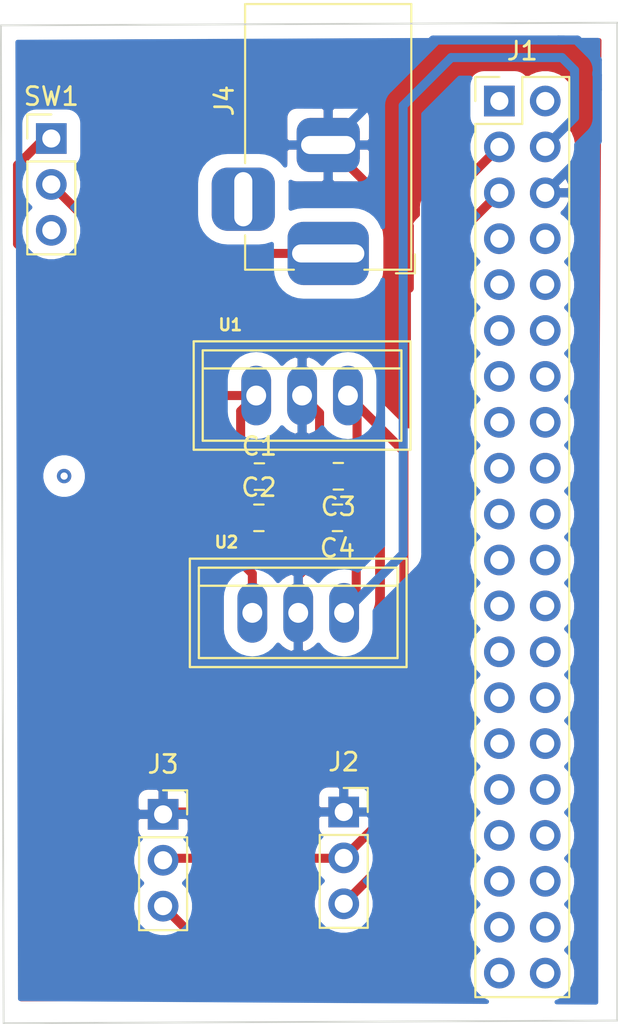
<source format=kicad_pcb>
(kicad_pcb (version 20171130) (host pcbnew "(5.1.9)-1")

  (general
    (thickness 1.6)
    (drawings 4)
    (tracks 73)
    (zones 0)
    (modules 11)
    (nets 46)
  )

  (page A4)
  (layers
    (0 F.Cu signal)
    (31 B.Cu signal)
    (32 B.Adhes user hide)
    (33 F.Adhes user hide)
    (34 B.Paste user hide)
    (35 F.Paste user hide)
    (36 B.SilkS user hide)
    (37 F.SilkS user hide)
    (38 B.Mask user)
    (39 F.Mask user)
    (40 Dwgs.User user hide)
    (41 Cmts.User user hide)
    (42 Eco1.User user hide)
    (43 Eco2.User user hide)
    (44 Edge.Cuts user)
    (45 Margin user hide)
    (46 B.CrtYd user hide)
    (47 F.CrtYd user hide)
    (48 B.Fab user hide)
    (49 F.Fab user hide)
  )

  (setup
    (last_trace_width 0.5)
    (user_trace_width 0.2)
    (user_trace_width 0.5)
    (trace_clearance 0.2)
    (zone_clearance 0.8)
    (zone_45_only no)
    (trace_min 0.2)
    (via_size 0.8)
    (via_drill 0.4)
    (via_min_size 0.4)
    (via_min_drill 0.3)
    (user_via 2 1)
    (uvia_size 0.3)
    (uvia_drill 0.1)
    (uvias_allowed no)
    (uvia_min_size 0.2)
    (uvia_min_drill 0.1)
    (edge_width 0.05)
    (segment_width 0.2)
    (pcb_text_width 0.3)
    (pcb_text_size 1.5 1.5)
    (mod_edge_width 0.12)
    (mod_text_size 1 1)
    (mod_text_width 0.15)
    (pad_size 1.524 1.524)
    (pad_drill 0.762)
    (pad_to_mask_clearance 0.25)
    (aux_axis_origin 0 0)
    (visible_elements 7FFFFFFF)
    (pcbplotparams
      (layerselection 0x010fc_ffffffff)
      (usegerberextensions false)
      (usegerberattributes true)
      (usegerberadvancedattributes true)
      (creategerberjobfile true)
      (excludeedgelayer true)
      (linewidth 0.100000)
      (plotframeref false)
      (viasonmask false)
      (mode 1)
      (useauxorigin false)
      (hpglpennumber 1)
      (hpglpenspeed 20)
      (hpglpendiameter 15.000000)
      (psnegative false)
      (psa4output false)
      (plotreference true)
      (plotvalue true)
      (plotinvisibletext false)
      (padsonsilk false)
      (subtractmaskfromsilk false)
      (outputformat 1)
      (mirror false)
      (drillshape 1)
      (scaleselection 1)
      (outputdirectory ""))
  )

  (net 0 "")
  (net 1 +12VA)
  (net 2 GND)
  (net 3 +5V)
  (net 4 +5VD)
  (net 5 "Net-(J1-Pad40)")
  (net 6 "Net-(J1-Pad39)")
  (net 7 "Net-(J1-Pad38)")
  (net 8 "Net-(J1-Pad37)")
  (net 9 "Net-(J1-Pad36)")
  (net 10 "Net-(J1-Pad35)")
  (net 11 "Net-(J1-Pad34)")
  (net 12 "Net-(J1-Pad33)")
  (net 13 "Net-(J1-Pad32)")
  (net 14 "Net-(J1-Pad31)")
  (net 15 "Net-(J1-Pad30)")
  (net 16 "Net-(J1-Pad29)")
  (net 17 "Net-(J1-Pad28)")
  (net 18 "Net-(J1-Pad27)")
  (net 19 "Net-(J1-Pad26)")
  (net 20 "Net-(J1-Pad25)")
  (net 21 "Net-(J1-Pad24)")
  (net 22 "Net-(J1-Pad23)")
  (net 23 "Net-(J1-Pad22)")
  (net 24 "Net-(J1-Pad21)")
  (net 25 "Net-(J1-Pad20)")
  (net 26 "Net-(J1-Pad19)")
  (net 27 "Net-(J1-Pad18)")
  (net 28 "Net-(J1-Pad17)")
  (net 29 "Net-(J1-Pad16)")
  (net 30 "Net-(J1-Pad15)")
  (net 31 "Net-(J1-Pad14)")
  (net 32 "Net-(J1-Pad13)")
  (net 33 "Net-(J1-Pad12)")
  (net 34 "Net-(J1-Pad11)")
  (net 35 "Net-(J1-Pad10)")
  (net 36 "Net-(J1-Pad9)")
  (net 37 "Net-(J1-Pad8)")
  (net 38 "Net-(J1-Pad7)")
  (net 39 /Signal_2)
  (net 40 /Signal_1)
  (net 41 "Net-(J1-Pad2)")
  (net 42 "Net-(J1-Pad1)")
  (net 43 "Net-(J4-Pad3)")
  (net 44 +12V)
  (net 45 "Net-(SW1-Pad3)")

  (net_class Default "This is the default net class."
    (clearance 0.2)
    (trace_width 0.25)
    (via_dia 0.8)
    (via_drill 0.4)
    (uvia_dia 0.3)
    (uvia_drill 0.1)
    (add_net +12V)
    (add_net +12VA)
    (add_net +5V)
    (add_net +5VD)
    (add_net /Signal_1)
    (add_net /Signal_2)
    (add_net GND)
    (add_net "Net-(J1-Pad1)")
    (add_net "Net-(J1-Pad10)")
    (add_net "Net-(J1-Pad11)")
    (add_net "Net-(J1-Pad12)")
    (add_net "Net-(J1-Pad13)")
    (add_net "Net-(J1-Pad14)")
    (add_net "Net-(J1-Pad15)")
    (add_net "Net-(J1-Pad16)")
    (add_net "Net-(J1-Pad17)")
    (add_net "Net-(J1-Pad18)")
    (add_net "Net-(J1-Pad19)")
    (add_net "Net-(J1-Pad2)")
    (add_net "Net-(J1-Pad20)")
    (add_net "Net-(J1-Pad21)")
    (add_net "Net-(J1-Pad22)")
    (add_net "Net-(J1-Pad23)")
    (add_net "Net-(J1-Pad24)")
    (add_net "Net-(J1-Pad25)")
    (add_net "Net-(J1-Pad26)")
    (add_net "Net-(J1-Pad27)")
    (add_net "Net-(J1-Pad28)")
    (add_net "Net-(J1-Pad29)")
    (add_net "Net-(J1-Pad30)")
    (add_net "Net-(J1-Pad31)")
    (add_net "Net-(J1-Pad32)")
    (add_net "Net-(J1-Pad33)")
    (add_net "Net-(J1-Pad34)")
    (add_net "Net-(J1-Pad35)")
    (add_net "Net-(J1-Pad36)")
    (add_net "Net-(J1-Pad37)")
    (add_net "Net-(J1-Pad38)")
    (add_net "Net-(J1-Pad39)")
    (add_net "Net-(J1-Pad40)")
    (add_net "Net-(J1-Pad7)")
    (add_net "Net-(J1-Pad8)")
    (add_net "Net-(J1-Pad9)")
    (add_net "Net-(J4-Pad3)")
    (add_net "Net-(SW1-Pad3)")
  )

  (module Capacitor_SMD:C_0805_2012Metric_Pad1.18x1.45mm_HandSolder (layer F.Cu) (tedit 5F68FEEF) (tstamp 64013B5B)
    (at 84.97 95.34)
    (descr "Capacitor SMD 0805 (2012 Metric), square (rectangular) end terminal, IPC_7351 nominal with elongated pad for handsoldering. (Body size source: IPC-SM-782 page 76, https://www.pcb-3d.com/wordpress/wp-content/uploads/ipc-sm-782a_amendment_1_and_2.pdf, https://docs.google.com/spreadsheets/d/1BsfQQcO9C6DZCsRaXUlFlo91Tg2WpOkGARC1WS5S8t0/edit?usp=sharing), generated with kicad-footprint-generator")
    (tags "capacitor handsolder")
    (path /64006D66)
    (attr smd)
    (fp_text reference C1 (at 0 -1.68) (layer F.SilkS)
      (effects (font (size 1 1) (thickness 0.15)))
    )
    (fp_text value 0.33u (at 0 1.68) (layer F.Fab)
      (effects (font (size 1 1) (thickness 0.15)))
    )
    (fp_line (start -1 0.625) (end -1 -0.625) (layer F.Fab) (width 0.1))
    (fp_line (start -1 -0.625) (end 1 -0.625) (layer F.Fab) (width 0.1))
    (fp_line (start 1 -0.625) (end 1 0.625) (layer F.Fab) (width 0.1))
    (fp_line (start 1 0.625) (end -1 0.625) (layer F.Fab) (width 0.1))
    (fp_line (start -0.261252 -0.735) (end 0.261252 -0.735) (layer F.SilkS) (width 0.12))
    (fp_line (start -0.261252 0.735) (end 0.261252 0.735) (layer F.SilkS) (width 0.12))
    (fp_line (start -1.88 0.98) (end -1.88 -0.98) (layer F.CrtYd) (width 0.05))
    (fp_line (start -1.88 -0.98) (end 1.88 -0.98) (layer F.CrtYd) (width 0.05))
    (fp_line (start 1.88 -0.98) (end 1.88 0.98) (layer F.CrtYd) (width 0.05))
    (fp_line (start 1.88 0.98) (end -1.88 0.98) (layer F.CrtYd) (width 0.05))
    (fp_text user %R (at 0 0) (layer F.Fab)
      (effects (font (size 0.5 0.5) (thickness 0.08)))
    )
    (pad 1 smd roundrect (at -1.0375 0) (size 1.175 1.45) (layers F.Cu F.Paste F.Mask) (roundrect_rratio 0.212766)
      (net 1 +12VA))
    (pad 2 smd roundrect (at 1.0375 0) (size 1.175 1.45) (layers F.Cu F.Paste F.Mask) (roundrect_rratio 0.212766)
      (net 2 GND))
    (model ${KISYS3DMOD}/Capacitor_SMD.3dshapes/C_0805_2012Metric.wrl
      (at (xyz 0 0 0))
      (scale (xyz 1 1 1))
      (rotate (xyz 0 0 0))
    )
  )

  (module Capacitor_SMD:C_0805_2012Metric_Pad1.18x1.45mm_HandSolder (layer F.Cu) (tedit 5F68FEEF) (tstamp 64013B6C)
    (at 84.9425 97.62)
    (descr "Capacitor SMD 0805 (2012 Metric), square (rectangular) end terminal, IPC_7351 nominal with elongated pad for handsoldering. (Body size source: IPC-SM-782 page 76, https://www.pcb-3d.com/wordpress/wp-content/uploads/ipc-sm-782a_amendment_1_and_2.pdf, https://docs.google.com/spreadsheets/d/1BsfQQcO9C6DZCsRaXUlFlo91Tg2WpOkGARC1WS5S8t0/edit?usp=sharing), generated with kicad-footprint-generator")
    (tags "capacitor handsolder")
    (path /64010053)
    (attr smd)
    (fp_text reference C2 (at 0 -1.68) (layer F.SilkS)
      (effects (font (size 1 1) (thickness 0.15)))
    )
    (fp_text value 0.33u (at 0 1.68) (layer F.Fab)
      (effects (font (size 1 1) (thickness 0.15)))
    )
    (fp_line (start -1 0.625) (end -1 -0.625) (layer F.Fab) (width 0.1))
    (fp_line (start -1 -0.625) (end 1 -0.625) (layer F.Fab) (width 0.1))
    (fp_line (start 1 -0.625) (end 1 0.625) (layer F.Fab) (width 0.1))
    (fp_line (start 1 0.625) (end -1 0.625) (layer F.Fab) (width 0.1))
    (fp_line (start -0.261252 -0.735) (end 0.261252 -0.735) (layer F.SilkS) (width 0.12))
    (fp_line (start -0.261252 0.735) (end 0.261252 0.735) (layer F.SilkS) (width 0.12))
    (fp_line (start -1.88 0.98) (end -1.88 -0.98) (layer F.CrtYd) (width 0.05))
    (fp_line (start -1.88 -0.98) (end 1.88 -0.98) (layer F.CrtYd) (width 0.05))
    (fp_line (start 1.88 -0.98) (end 1.88 0.98) (layer F.CrtYd) (width 0.05))
    (fp_line (start 1.88 0.98) (end -1.88 0.98) (layer F.CrtYd) (width 0.05))
    (fp_text user %R (at 0 0) (layer F.Fab)
      (effects (font (size 0.5 0.5) (thickness 0.08)))
    )
    (pad 1 smd roundrect (at -1.0375 0) (size 1.175 1.45) (layers F.Cu F.Paste F.Mask) (roundrect_rratio 0.212766)
      (net 1 +12VA))
    (pad 2 smd roundrect (at 1.0375 0) (size 1.175 1.45) (layers F.Cu F.Paste F.Mask) (roundrect_rratio 0.212766)
      (net 2 GND))
    (model ${KISYS3DMOD}/Capacitor_SMD.3dshapes/C_0805_2012Metric.wrl
      (at (xyz 0 0 0))
      (scale (xyz 1 1 1))
      (rotate (xyz 0 0 0))
    )
  )

  (module Capacitor_SMD:C_0805_2012Metric_Pad1.18x1.45mm_HandSolder (layer F.Cu) (tedit 5F68FEEF) (tstamp 64013B7D)
    (at 89.34 95.32 180)
    (descr "Capacitor SMD 0805 (2012 Metric), square (rectangular) end terminal, IPC_7351 nominal with elongated pad for handsoldering. (Body size source: IPC-SM-782 page 76, https://www.pcb-3d.com/wordpress/wp-content/uploads/ipc-sm-782a_amendment_1_and_2.pdf, https://docs.google.com/spreadsheets/d/1BsfQQcO9C6DZCsRaXUlFlo91Tg2WpOkGARC1WS5S8t0/edit?usp=sharing), generated with kicad-footprint-generator")
    (tags "capacitor handsolder")
    (path /64007325)
    (attr smd)
    (fp_text reference C3 (at 0 -1.68) (layer F.SilkS)
      (effects (font (size 1 1) (thickness 0.15)))
    )
    (fp_text value 0.1u (at 0 1.68) (layer F.Fab)
      (effects (font (size 1 1) (thickness 0.15)))
    )
    (fp_line (start 1.88 0.98) (end -1.88 0.98) (layer F.CrtYd) (width 0.05))
    (fp_line (start 1.88 -0.98) (end 1.88 0.98) (layer F.CrtYd) (width 0.05))
    (fp_line (start -1.88 -0.98) (end 1.88 -0.98) (layer F.CrtYd) (width 0.05))
    (fp_line (start -1.88 0.98) (end -1.88 -0.98) (layer F.CrtYd) (width 0.05))
    (fp_line (start -0.261252 0.735) (end 0.261252 0.735) (layer F.SilkS) (width 0.12))
    (fp_line (start -0.261252 -0.735) (end 0.261252 -0.735) (layer F.SilkS) (width 0.12))
    (fp_line (start 1 0.625) (end -1 0.625) (layer F.Fab) (width 0.1))
    (fp_line (start 1 -0.625) (end 1 0.625) (layer F.Fab) (width 0.1))
    (fp_line (start -1 -0.625) (end 1 -0.625) (layer F.Fab) (width 0.1))
    (fp_line (start -1 0.625) (end -1 -0.625) (layer F.Fab) (width 0.1))
    (fp_text user %R (at 0 0) (layer F.Fab)
      (effects (font (size 0.5 0.5) (thickness 0.08)))
    )
    (pad 2 smd roundrect (at 1.0375 0 180) (size 1.175 1.45) (layers F.Cu F.Paste F.Mask) (roundrect_rratio 0.212766)
      (net 2 GND))
    (pad 1 smd roundrect (at -1.0375 0 180) (size 1.175 1.45) (layers F.Cu F.Paste F.Mask) (roundrect_rratio 0.212766)
      (net 3 +5V))
    (model ${KISYS3DMOD}/Capacitor_SMD.3dshapes/C_0805_2012Metric.wrl
      (at (xyz 0 0 0))
      (scale (xyz 1 1 1))
      (rotate (xyz 0 0 0))
    )
  )

  (module Capacitor_SMD:C_0805_2012Metric_Pad1.18x1.45mm_HandSolder (layer F.Cu) (tedit 5F68FEEF) (tstamp 64013B8E)
    (at 89.2925 97.62 180)
    (descr "Capacitor SMD 0805 (2012 Metric), square (rectangular) end terminal, IPC_7351 nominal with elongated pad for handsoldering. (Body size source: IPC-SM-782 page 76, https://www.pcb-3d.com/wordpress/wp-content/uploads/ipc-sm-782a_amendment_1_and_2.pdf, https://docs.google.com/spreadsheets/d/1BsfQQcO9C6DZCsRaXUlFlo91Tg2WpOkGARC1WS5S8t0/edit?usp=sharing), generated with kicad-footprint-generator")
    (tags "capacitor handsolder")
    (path /6401005D)
    (attr smd)
    (fp_text reference C4 (at 0 -1.68) (layer F.SilkS)
      (effects (font (size 1 1) (thickness 0.15)))
    )
    (fp_text value 0.1u (at 0 1.68) (layer F.Fab)
      (effects (font (size 1 1) (thickness 0.15)))
    )
    (fp_line (start 1.88 0.98) (end -1.88 0.98) (layer F.CrtYd) (width 0.05))
    (fp_line (start 1.88 -0.98) (end 1.88 0.98) (layer F.CrtYd) (width 0.05))
    (fp_line (start -1.88 -0.98) (end 1.88 -0.98) (layer F.CrtYd) (width 0.05))
    (fp_line (start -1.88 0.98) (end -1.88 -0.98) (layer F.CrtYd) (width 0.05))
    (fp_line (start -0.261252 0.735) (end 0.261252 0.735) (layer F.SilkS) (width 0.12))
    (fp_line (start -0.261252 -0.735) (end 0.261252 -0.735) (layer F.SilkS) (width 0.12))
    (fp_line (start 1 0.625) (end -1 0.625) (layer F.Fab) (width 0.1))
    (fp_line (start 1 -0.625) (end 1 0.625) (layer F.Fab) (width 0.1))
    (fp_line (start -1 -0.625) (end 1 -0.625) (layer F.Fab) (width 0.1))
    (fp_line (start -1 0.625) (end -1 -0.625) (layer F.Fab) (width 0.1))
    (fp_text user %R (at 0 0) (layer F.Fab)
      (effects (font (size 0.5 0.5) (thickness 0.08)))
    )
    (pad 2 smd roundrect (at 1.0375 0 180) (size 1.175 1.45) (layers F.Cu F.Paste F.Mask) (roundrect_rratio 0.212766)
      (net 2 GND))
    (pad 1 smd roundrect (at -1.0375 0 180) (size 1.175 1.45) (layers F.Cu F.Paste F.Mask) (roundrect_rratio 0.212766)
      (net 4 +5VD))
    (model ${KISYS3DMOD}/Capacitor_SMD.3dshapes/C_0805_2012Metric.wrl
      (at (xyz 0 0 0))
      (scale (xyz 1 1 1))
      (rotate (xyz 0 0 0))
    )
  )

  (module 1x20_mirrored:PinSocket_2x20_P2.54mm_Vertical (layer F.Cu) (tedit 63FFA7CD) (tstamp 64013BCC)
    (at 98.255001 74.555001)
    (descr "Through hole straight socket strip, 2x20, 2.54mm pitch, double cols (from Kicad 4.0.7), script generated")
    (tags "Through hole socket strip THT 2x20 2.54mm double row")
    (path /64018309)
    (fp_text reference J1 (at 1.27 -2.77) (layer F.SilkS)
      (effects (font (size 1 1) (thickness 0.15)))
    )
    (fp_text value RPI3_Connector (at -1.27 51.03) (layer F.Fab)
      (effects (font (size 1 1) (thickness 0.15)))
    )
    (fp_line (start 3.81 -1.27) (end -0.27 -1.27) (layer F.Fab) (width 0.1))
    (fp_line (start -0.27 -1.27) (end -1.27 -0.27) (layer F.Fab) (width 0.1))
    (fp_line (start -1.27 -0.27) (end -1.27 49.53) (layer F.Fab) (width 0.1))
    (fp_line (start -1.27 49.53) (end 3.81 49.53) (layer F.Fab) (width 0.1))
    (fp_line (start 3.81 49.53) (end 3.81 -1.27) (layer F.Fab) (width 0.1))
    (fp_line (start 3.87 -1.33) (end 1.27 -1.33) (layer F.SilkS) (width 0.12))
    (fp_line (start 3.87 -1.33) (end 3.87 49.59) (layer F.SilkS) (width 0.12))
    (fp_line (start 3.87 49.59) (end -1.33 49.59) (layer F.SilkS) (width 0.12))
    (fp_line (start -1.33 1.27) (end -1.33 49.59) (layer F.SilkS) (width 0.12))
    (fp_line (start 1.27 1.27) (end -1.33 1.27) (layer F.SilkS) (width 0.12))
    (fp_line (start 1.27 -1.33) (end 1.27 1.27) (layer F.SilkS) (width 0.12))
    (fp_line (start -1.33 -1.33) (end -1.33 0) (layer F.SilkS) (width 0.12))
    (fp_line (start 0 -1.33) (end -1.33 -1.33) (layer F.SilkS) (width 0.12))
    (fp_line (start 4.34 -1.8) (end -1.76 -1.8) (layer F.CrtYd) (width 0.05))
    (fp_line (start -1.76 -1.8) (end -1.76 50) (layer F.CrtYd) (width 0.05))
    (fp_line (start -1.76 50) (end 4.34 50) (layer F.CrtYd) (width 0.05))
    (fp_line (start 4.34 50) (end 4.34 -1.8) (layer F.CrtYd) (width 0.05))
    (fp_text user %R (at 1.27 24.13 90) (layer F.Fab)
      (effects (font (size 1 1) (thickness 0.15)))
    )
    (pad 40 thru_hole oval (at 2.54 48.26) (size 1.7 1.7) (drill 1) (layers *.Cu *.Mask)
      (net 5 "Net-(J1-Pad40)"))
    (pad 39 thru_hole oval (at 0 48.26) (size 1.7 1.7) (drill 1) (layers *.Cu *.Mask)
      (net 6 "Net-(J1-Pad39)"))
    (pad 38 thru_hole oval (at 2.54 45.72) (size 1.7 1.7) (drill 1) (layers *.Cu *.Mask)
      (net 7 "Net-(J1-Pad38)"))
    (pad 37 thru_hole oval (at 0 45.72) (size 1.7 1.7) (drill 1) (layers *.Cu *.Mask)
      (net 8 "Net-(J1-Pad37)"))
    (pad 36 thru_hole oval (at 2.54 43.18) (size 1.7 1.7) (drill 1) (layers *.Cu *.Mask)
      (net 9 "Net-(J1-Pad36)"))
    (pad 35 thru_hole oval (at 0 43.18) (size 1.7 1.7) (drill 1) (layers *.Cu *.Mask)
      (net 10 "Net-(J1-Pad35)"))
    (pad 34 thru_hole oval (at 2.54 40.64) (size 1.7 1.7) (drill 1) (layers *.Cu *.Mask)
      (net 11 "Net-(J1-Pad34)"))
    (pad 33 thru_hole oval (at 0 40.64) (size 1.7 1.7) (drill 1) (layers *.Cu *.Mask)
      (net 12 "Net-(J1-Pad33)"))
    (pad 32 thru_hole oval (at 2.54 38.1) (size 1.7 1.7) (drill 1) (layers *.Cu *.Mask)
      (net 13 "Net-(J1-Pad32)"))
    (pad 31 thru_hole oval (at 0 38.1) (size 1.7 1.7) (drill 1) (layers *.Cu *.Mask)
      (net 14 "Net-(J1-Pad31)"))
    (pad 30 thru_hole oval (at 2.54 35.56) (size 1.7 1.7) (drill 1) (layers *.Cu *.Mask)
      (net 15 "Net-(J1-Pad30)"))
    (pad 29 thru_hole oval (at 0 35.56) (size 1.7 1.7) (drill 1) (layers *.Cu *.Mask)
      (net 16 "Net-(J1-Pad29)"))
    (pad 28 thru_hole oval (at 2.54 33.02) (size 1.7 1.7) (drill 1) (layers *.Cu *.Mask)
      (net 17 "Net-(J1-Pad28)"))
    (pad 27 thru_hole oval (at 0 33.02) (size 1.7 1.7) (drill 1) (layers *.Cu *.Mask)
      (net 18 "Net-(J1-Pad27)"))
    (pad 26 thru_hole oval (at 2.54 30.48) (size 1.7 1.7) (drill 1) (layers *.Cu *.Mask)
      (net 19 "Net-(J1-Pad26)"))
    (pad 25 thru_hole oval (at 0 30.48) (size 1.7 1.7) (drill 1) (layers *.Cu *.Mask)
      (net 20 "Net-(J1-Pad25)"))
    (pad 24 thru_hole oval (at 2.54 27.94) (size 1.7 1.7) (drill 1) (layers *.Cu *.Mask)
      (net 21 "Net-(J1-Pad24)"))
    (pad 23 thru_hole oval (at 0 27.94) (size 1.7 1.7) (drill 1) (layers *.Cu *.Mask)
      (net 22 "Net-(J1-Pad23)"))
    (pad 22 thru_hole oval (at 2.54 25.4) (size 1.7 1.7) (drill 1) (layers *.Cu *.Mask)
      (net 23 "Net-(J1-Pad22)"))
    (pad 21 thru_hole oval (at 0 25.4) (size 1.7 1.7) (drill 1) (layers *.Cu *.Mask)
      (net 24 "Net-(J1-Pad21)"))
    (pad 20 thru_hole oval (at 2.54 22.86) (size 1.7 1.7) (drill 1) (layers *.Cu *.Mask)
      (net 25 "Net-(J1-Pad20)"))
    (pad 19 thru_hole oval (at 0 22.86) (size 1.7 1.7) (drill 1) (layers *.Cu *.Mask)
      (net 26 "Net-(J1-Pad19)"))
    (pad 18 thru_hole oval (at 2.54 20.32) (size 1.7 1.7) (drill 1) (layers *.Cu *.Mask)
      (net 27 "Net-(J1-Pad18)"))
    (pad 17 thru_hole oval (at 0 20.32) (size 1.7 1.7) (drill 1) (layers *.Cu *.Mask)
      (net 28 "Net-(J1-Pad17)"))
    (pad 16 thru_hole oval (at 2.54 17.78) (size 1.7 1.7) (drill 1) (layers *.Cu *.Mask)
      (net 29 "Net-(J1-Pad16)"))
    (pad 15 thru_hole oval (at 0 17.78) (size 1.7 1.7) (drill 1) (layers *.Cu *.Mask)
      (net 30 "Net-(J1-Pad15)"))
    (pad 14 thru_hole oval (at 2.54 15.24) (size 1.7 1.7) (drill 1) (layers *.Cu *.Mask)
      (net 31 "Net-(J1-Pad14)"))
    (pad 13 thru_hole oval (at 0 15.24) (size 1.7 1.7) (drill 1) (layers *.Cu *.Mask)
      (net 32 "Net-(J1-Pad13)"))
    (pad 12 thru_hole oval (at 2.54 12.7) (size 1.7 1.7) (drill 1) (layers *.Cu *.Mask)
      (net 33 "Net-(J1-Pad12)"))
    (pad 11 thru_hole oval (at 0 12.7) (size 1.7 1.7) (drill 1) (layers *.Cu *.Mask)
      (net 34 "Net-(J1-Pad11)"))
    (pad 10 thru_hole oval (at 2.54 10.16) (size 1.7 1.7) (drill 1) (layers *.Cu *.Mask)
      (net 35 "Net-(J1-Pad10)"))
    (pad 9 thru_hole oval (at 0 10.16) (size 1.7 1.7) (drill 1) (layers *.Cu *.Mask)
      (net 36 "Net-(J1-Pad9)"))
    (pad 8 thru_hole oval (at 2.54 7.62) (size 1.7 1.7) (drill 1) (layers *.Cu *.Mask)
      (net 37 "Net-(J1-Pad8)"))
    (pad 7 thru_hole oval (at 0 7.62) (size 1.7 1.7) (drill 1) (layers *.Cu *.Mask)
      (net 38 "Net-(J1-Pad7)"))
    (pad 6 thru_hole oval (at 2.54 5.08) (size 1.7 1.7) (drill 1) (layers *.Cu *.Mask)
      (net 2 GND))
    (pad 5 thru_hole oval (at 0 5.08) (size 1.7 1.7) (drill 1) (layers *.Cu *.Mask)
      (net 39 /Signal_2))
    (pad 4 thru_hole oval (at 2.54 2.54) (size 1.7 1.7) (drill 1) (layers *.Cu *.Mask)
      (net 4 +5VD))
    (pad 3 thru_hole oval (at 0 2.54) (size 1.7 1.7) (drill 1) (layers *.Cu *.Mask)
      (net 40 /Signal_1))
    (pad 2 thru_hole oval (at 2.54 0) (size 1.7 1.7) (drill 1) (layers *.Cu *.Mask)
      (net 41 "Net-(J1-Pad2)"))
    (pad 1 thru_hole rect (at 0 0) (size 1.7 1.7) (drill 1) (layers *.Cu *.Mask)
      (net 42 "Net-(J1-Pad1)"))
    (model ${KISYS3DMOD}/Connector_PinSocket_2.54mm.3dshapes/PinSocket_2x20_P2.54mm_Vertical.wrl
      (at (xyz 0 0 0))
      (scale (xyz 1 1 1))
      (rotate (xyz 0 0 0))
    )
  )

  (module Connector_PinSocket_2.54mm:PinSocket_1x03_P2.54mm_Vertical (layer F.Cu) (tedit 5A19A429) (tstamp 64013BE3)
    (at 89.64 113.9)
    (descr "Through hole straight socket strip, 1x03, 2.54mm pitch, single row (from Kicad 4.0.7), script generated")
    (tags "Through hole socket strip THT 1x03 2.54mm single row")
    (path /63FF8A67)
    (fp_text reference J2 (at 0 -2.77) (layer F.SilkS)
      (effects (font (size 1 1) (thickness 0.15)))
    )
    (fp_text value Motor_1 (at 0 7.85) (layer F.Fab)
      (effects (font (size 1 1) (thickness 0.15)))
    )
    (fp_line (start -1.27 -1.27) (end 0.635 -1.27) (layer F.Fab) (width 0.1))
    (fp_line (start 0.635 -1.27) (end 1.27 -0.635) (layer F.Fab) (width 0.1))
    (fp_line (start 1.27 -0.635) (end 1.27 6.35) (layer F.Fab) (width 0.1))
    (fp_line (start 1.27 6.35) (end -1.27 6.35) (layer F.Fab) (width 0.1))
    (fp_line (start -1.27 6.35) (end -1.27 -1.27) (layer F.Fab) (width 0.1))
    (fp_line (start -1.33 1.27) (end 1.33 1.27) (layer F.SilkS) (width 0.12))
    (fp_line (start -1.33 1.27) (end -1.33 6.41) (layer F.SilkS) (width 0.12))
    (fp_line (start -1.33 6.41) (end 1.33 6.41) (layer F.SilkS) (width 0.12))
    (fp_line (start 1.33 1.27) (end 1.33 6.41) (layer F.SilkS) (width 0.12))
    (fp_line (start 1.33 -1.33) (end 1.33 0) (layer F.SilkS) (width 0.12))
    (fp_line (start 0 -1.33) (end 1.33 -1.33) (layer F.SilkS) (width 0.12))
    (fp_line (start -1.8 -1.8) (end 1.75 -1.8) (layer F.CrtYd) (width 0.05))
    (fp_line (start 1.75 -1.8) (end 1.75 6.85) (layer F.CrtYd) (width 0.05))
    (fp_line (start 1.75 6.85) (end -1.8 6.85) (layer F.CrtYd) (width 0.05))
    (fp_line (start -1.8 6.85) (end -1.8 -1.8) (layer F.CrtYd) (width 0.05))
    (fp_text user %R (at 0 2.54 90) (layer F.Fab)
      (effects (font (size 1 1) (thickness 0.15)))
    )
    (pad 1 thru_hole rect (at 0 0) (size 1.7 1.7) (drill 1) (layers *.Cu *.Mask)
      (net 2 GND))
    (pad 2 thru_hole oval (at 0 2.54) (size 1.7 1.7) (drill 1) (layers *.Cu *.Mask)
      (net 3 +5V))
    (pad 3 thru_hole oval (at 0 5.08) (size 1.7 1.7) (drill 1) (layers *.Cu *.Mask)
      (net 40 /Signal_1))
    (model ${KISYS3DMOD}/Connector_PinSocket_2.54mm.3dshapes/PinSocket_1x03_P2.54mm_Vertical.wrl
      (at (xyz 0 0 0))
      (scale (xyz 1 1 1))
      (rotate (xyz 0 0 0))
    )
  )

  (module Connector_PinSocket_2.54mm:PinSocket_1x03_P2.54mm_Vertical (layer F.Cu) (tedit 5A19A429) (tstamp 64013BFA)
    (at 79.64 114.03)
    (descr "Through hole straight socket strip, 1x03, 2.54mm pitch, single row (from Kicad 4.0.7), script generated")
    (tags "Through hole socket strip THT 1x03 2.54mm single row")
    (path /63FFC819)
    (fp_text reference J3 (at 0 -2.77) (layer F.SilkS)
      (effects (font (size 1 1) (thickness 0.15)))
    )
    (fp_text value Motor_2 (at 0 7.85) (layer F.Fab)
      (effects (font (size 1 1) (thickness 0.15)))
    )
    (fp_line (start -1.8 6.85) (end -1.8 -1.8) (layer F.CrtYd) (width 0.05))
    (fp_line (start 1.75 6.85) (end -1.8 6.85) (layer F.CrtYd) (width 0.05))
    (fp_line (start 1.75 -1.8) (end 1.75 6.85) (layer F.CrtYd) (width 0.05))
    (fp_line (start -1.8 -1.8) (end 1.75 -1.8) (layer F.CrtYd) (width 0.05))
    (fp_line (start 0 -1.33) (end 1.33 -1.33) (layer F.SilkS) (width 0.12))
    (fp_line (start 1.33 -1.33) (end 1.33 0) (layer F.SilkS) (width 0.12))
    (fp_line (start 1.33 1.27) (end 1.33 6.41) (layer F.SilkS) (width 0.12))
    (fp_line (start -1.33 6.41) (end 1.33 6.41) (layer F.SilkS) (width 0.12))
    (fp_line (start -1.33 1.27) (end -1.33 6.41) (layer F.SilkS) (width 0.12))
    (fp_line (start -1.33 1.27) (end 1.33 1.27) (layer F.SilkS) (width 0.12))
    (fp_line (start -1.27 6.35) (end -1.27 -1.27) (layer F.Fab) (width 0.1))
    (fp_line (start 1.27 6.35) (end -1.27 6.35) (layer F.Fab) (width 0.1))
    (fp_line (start 1.27 -0.635) (end 1.27 6.35) (layer F.Fab) (width 0.1))
    (fp_line (start 0.635 -1.27) (end 1.27 -0.635) (layer F.Fab) (width 0.1))
    (fp_line (start -1.27 -1.27) (end 0.635 -1.27) (layer F.Fab) (width 0.1))
    (fp_text user %R (at 0 2.54 90) (layer F.Fab)
      (effects (font (size 1 1) (thickness 0.15)))
    )
    (pad 3 thru_hole oval (at 0 5.08) (size 1.7 1.7) (drill 1) (layers *.Cu *.Mask)
      (net 39 /Signal_2))
    (pad 2 thru_hole oval (at 0 2.54) (size 1.7 1.7) (drill 1) (layers *.Cu *.Mask)
      (net 3 +5V))
    (pad 1 thru_hole rect (at 0 0) (size 1.7 1.7) (drill 1) (layers *.Cu *.Mask)
      (net 2 GND))
    (model ${KISYS3DMOD}/Connector_PinSocket_2.54mm.3dshapes/PinSocket_1x03_P2.54mm_Vertical.wrl
      (at (xyz 0 0 0))
      (scale (xyz 1 1 1))
      (rotate (xyz 0 0 0))
    )
  )

  (module 1x20_mirrored:BarrelJack_Horizontal (layer F.Cu) (tedit 6400DC14) (tstamp 64013C1D)
    (at 88.78 82.99 270)
    (descr "DC Barrel Jack")
    (tags "Power Jack")
    (path /6401ED36)
    (fp_text reference J4 (at -8.45 5.75 90) (layer F.SilkS)
      (effects (font (size 1 1) (thickness 0.15)))
    )
    (fp_text value 12V_connector (at -6.2 -5.5 90) (layer F.Fab)
      (effects (font (size 1 1) (thickness 0.15)))
    )
    (fp_line (start -0.003213 -4.505425) (end 0.8 -3.75) (layer F.Fab) (width 0.1))
    (fp_line (start 1.1 -3.75) (end 1.1 -4.8) (layer F.SilkS) (width 0.12))
    (fp_line (start 0.05 -4.8) (end 1.1 -4.8) (layer F.SilkS) (width 0.12))
    (fp_line (start 1 -4.5) (end 1 -4.75) (layer F.CrtYd) (width 0.05))
    (fp_line (start 1 -4.75) (end -14 -4.75) (layer F.CrtYd) (width 0.05))
    (fp_line (start 1 -4.5) (end 1 -2) (layer F.CrtYd) (width 0.05))
    (fp_line (start 1 -2) (end 2 -2) (layer F.CrtYd) (width 0.05))
    (fp_line (start 2 -2) (end 2 2) (layer F.CrtYd) (width 0.05))
    (fp_line (start 2 2) (end 1 2) (layer F.CrtYd) (width 0.05))
    (fp_line (start 1 2) (end 1 4.75) (layer F.CrtYd) (width 0.05))
    (fp_line (start 1 4.75) (end -1 4.75) (layer F.CrtYd) (width 0.05))
    (fp_line (start -1 4.75) (end -1 6.75) (layer F.CrtYd) (width 0.05))
    (fp_line (start -1 6.75) (end -5 6.75) (layer F.CrtYd) (width 0.05))
    (fp_line (start -5 6.75) (end -5 4.75) (layer F.CrtYd) (width 0.05))
    (fp_line (start -5 4.75) (end -14 4.75) (layer F.CrtYd) (width 0.05))
    (fp_line (start -14 4.75) (end -14 -4.75) (layer F.CrtYd) (width 0.05))
    (fp_line (start -5 4.6) (end -13.8 4.6) (layer F.SilkS) (width 0.12))
    (fp_line (start -13.8 4.6) (end -13.8 -4.6) (layer F.SilkS) (width 0.12))
    (fp_line (start 0.9 1.9) (end 0.9 4.6) (layer F.SilkS) (width 0.12))
    (fp_line (start 0.9 4.6) (end -1 4.6) (layer F.SilkS) (width 0.12))
    (fp_line (start -13.8 -4.6) (end 0.9 -4.6) (layer F.SilkS) (width 0.12))
    (fp_line (start 0.9 -4.6) (end 0.9 -2) (layer F.SilkS) (width 0.12))
    (fp_line (start -10.2 -4.5) (end -10.2 4.5) (layer F.Fab) (width 0.1))
    (fp_line (start -13.7 -4.5) (end -13.7 4.5) (layer F.Fab) (width 0.1))
    (fp_line (start -13.7 4.5) (end 0.8 4.5) (layer F.Fab) (width 0.1))
    (fp_line (start 0.8 4.5) (end 0.8 -3.75) (layer F.Fab) (width 0.1))
    (fp_line (start 0 -4.5) (end -13.7 -4.5) (layer F.Fab) (width 0.1))
    (fp_text user %R (at -3 -2.95 90) (layer F.Fab)
      (effects (font (size 1 1) (thickness 0.15)))
    )
    (pad 3 thru_hole roundrect (at -3 4.7 270) (size 3.5 3.5) (drill oval 3 1) (layers *.Cu *.Mask) (roundrect_rratio 0.25)
      (net 43 "Net-(J4-Pad3)"))
    (pad 2 thru_hole roundrect (at -6 0 270) (size 3 3.5) (drill oval 1 3) (layers *.Cu *.Mask) (roundrect_rratio 0.25)
      (net 2 GND))
    (pad 1 thru_hole roundrect (at 0 0 270) (size 3.5 4.5) (drill oval 1 4) (layers *.Cu *.Mask) (roundrect_rratio 0.25)
      (net 44 +12V))
    (model ${KISYS3DMOD}/Connector_BarrelJack.3dshapes/BarrelJack_Horizontal.wrl
      (at (xyz 0 0 0))
      (scale (xyz 1 1 1))
      (rotate (xyz 0 0 0))
    )
  )

  (module Connector_PinHeader_2.54mm:PinHeader_1x03_P2.54mm_Vertical (layer F.Cu) (tedit 59FED5CC) (tstamp 64013C34)
    (at 73.45 76.63)
    (descr "Through hole straight pin header, 1x03, 2.54mm pitch, single row")
    (tags "Through hole pin header THT 1x03 2.54mm single row")
    (path /6401D13D)
    (fp_text reference SW1 (at 0 -2.33) (layer F.SilkS)
      (effects (font (size 1 1) (thickness 0.15)))
    )
    (fp_text value "Power Switch" (at 0 7.41) (layer F.Fab)
      (effects (font (size 1 1) (thickness 0.15)))
    )
    (fp_line (start -0.635 -1.27) (end 1.27 -1.27) (layer F.Fab) (width 0.1))
    (fp_line (start 1.27 -1.27) (end 1.27 6.35) (layer F.Fab) (width 0.1))
    (fp_line (start 1.27 6.35) (end -1.27 6.35) (layer F.Fab) (width 0.1))
    (fp_line (start -1.27 6.35) (end -1.27 -0.635) (layer F.Fab) (width 0.1))
    (fp_line (start -1.27 -0.635) (end -0.635 -1.27) (layer F.Fab) (width 0.1))
    (fp_line (start -1.33 6.41) (end 1.33 6.41) (layer F.SilkS) (width 0.12))
    (fp_line (start -1.33 1.27) (end -1.33 6.41) (layer F.SilkS) (width 0.12))
    (fp_line (start 1.33 1.27) (end 1.33 6.41) (layer F.SilkS) (width 0.12))
    (fp_line (start -1.33 1.27) (end 1.33 1.27) (layer F.SilkS) (width 0.12))
    (fp_line (start -1.33 0) (end -1.33 -1.33) (layer F.SilkS) (width 0.12))
    (fp_line (start -1.33 -1.33) (end 0 -1.33) (layer F.SilkS) (width 0.12))
    (fp_line (start -1.8 -1.8) (end -1.8 6.85) (layer F.CrtYd) (width 0.05))
    (fp_line (start -1.8 6.85) (end 1.8 6.85) (layer F.CrtYd) (width 0.05))
    (fp_line (start 1.8 6.85) (end 1.8 -1.8) (layer F.CrtYd) (width 0.05))
    (fp_line (start 1.8 -1.8) (end -1.8 -1.8) (layer F.CrtYd) (width 0.05))
    (fp_text user %R (at 0 2.54 90) (layer F.Fab)
      (effects (font (size 1 1) (thickness 0.15)))
    )
    (pad 1 thru_hole rect (at 0 0) (size 1.7 1.7) (drill 1) (layers *.Cu *.Mask)
      (net 1 +12VA))
    (pad 2 thru_hole oval (at 0 2.54) (size 1.7 1.7) (drill 1) (layers *.Cu *.Mask)
      (net 44 +12V))
    (pad 3 thru_hole oval (at 0 5.08) (size 1.7 1.7) (drill 1) (layers *.Cu *.Mask)
      (net 45 "Net-(SW1-Pad3)"))
    (model ${KISYS3DMOD}/Connector_PinHeader_2.54mm.3dshapes/PinHeader_1x03_P2.54mm_Vertical.wrl
      (at (xyz 0 0 0))
      (scale (xyz 1 1 1))
      (rotate (xyz 0 0 0))
    )
  )

  (module L78S05CV:TO-220-STANDING (layer F.Cu) (tedit 63FFA049) (tstamp 64014117)
    (at 87.333501 90.853501)
    (path /63FFF5D9)
    (fp_text reference U1 (at -3.973285 -3.911601) (layer F.SilkS)
      (effects (font (size 0.640852 0.640852) (thickness 0.15)))
    )
    (fp_text value L7805 (at 0.09618 3.600248) (layer F.Fab)
      (effects (font (size 0.641184 0.641184) (thickness 0.15)))
    )
    (fp_line (start -5.5 -2.5) (end -5.5 -1.5) (layer F.SilkS) (width 0.127))
    (fp_line (start -5.5 -1.5) (end -5.5 2.5) (layer F.SilkS) (width 0.127))
    (fp_line (start -5.5 2.5) (end 5.5 2.5) (layer F.SilkS) (width 0.127))
    (fp_line (start 5.5 2.5) (end 5.5 -1.5) (layer F.SilkS) (width 0.127))
    (fp_line (start 5.5 -1.5) (end 5.5 -2.5) (layer F.SilkS) (width 0.127))
    (fp_line (start 5.5 -2.5) (end -5.5 -2.5) (layer F.SilkS) (width 0.127))
    (fp_line (start -5.5 -1.5) (end 5.5 -1.5) (layer F.SilkS) (width 0.127))
    (fp_line (start -6 -3) (end -6 3) (layer F.SilkS) (width 0.127))
    (fp_line (start -6 3) (end 6 3) (layer F.SilkS) (width 0.127))
    (fp_line (start 6 3) (end 6 -3) (layer F.SilkS) (width 0.127))
    (fp_line (start 6 -3) (end -6 -3) (layer F.SilkS) (width 0.127))
    (pad 1 thru_hole oval (at -2.54 0) (size 1.65 3.3) (drill 1.1) (layers *.Cu *.Mask)
      (net 1 +12VA))
    (pad 2 thru_hole oval (at 0 0) (size 1.65 3.3) (drill 1.1) (layers *.Cu *.Mask)
      (net 2 GND))
    (pad 3 thru_hole oval (at 2.54 0) (size 1.65 3.3) (drill 1.1) (layers *.Cu *.Mask)
      (net 3 +5V))
  )

  (module L78S05CV:TO-220-STANDING (layer F.Cu) (tedit 63FFA049) (tstamp 64014129)
    (at 87.12 102.88)
    (path /6400FEFF)
    (fp_text reference U2 (at -3.973285 -3.911601) (layer F.SilkS)
      (effects (font (size 0.640852 0.640852) (thickness 0.15)))
    )
    (fp_text value L7805 (at 0.09618 3.600248) (layer F.Fab)
      (effects (font (size 0.641184 0.641184) (thickness 0.15)))
    )
    (fp_line (start 6 -3) (end -6 -3) (layer F.SilkS) (width 0.127))
    (fp_line (start 6 3) (end 6 -3) (layer F.SilkS) (width 0.127))
    (fp_line (start -6 3) (end 6 3) (layer F.SilkS) (width 0.127))
    (fp_line (start -6 -3) (end -6 3) (layer F.SilkS) (width 0.127))
    (fp_line (start -5.5 -1.5) (end 5.5 -1.5) (layer F.SilkS) (width 0.127))
    (fp_line (start 5.5 -2.5) (end -5.5 -2.5) (layer F.SilkS) (width 0.127))
    (fp_line (start 5.5 -1.5) (end 5.5 -2.5) (layer F.SilkS) (width 0.127))
    (fp_line (start 5.5 2.5) (end 5.5 -1.5) (layer F.SilkS) (width 0.127))
    (fp_line (start -5.5 2.5) (end 5.5 2.5) (layer F.SilkS) (width 0.127))
    (fp_line (start -5.5 -1.5) (end -5.5 2.5) (layer F.SilkS) (width 0.127))
    (fp_line (start -5.5 -2.5) (end -5.5 -1.5) (layer F.SilkS) (width 0.127))
    (pad 3 thru_hole oval (at 2.54 0) (size 1.65 3.3) (drill 1.1) (layers *.Cu *.Mask)
      (net 4 +5VD))
    (pad 2 thru_hole oval (at 0 0) (size 1.65 3.3) (drill 1.1) (layers *.Cu *.Mask)
      (net 2 GND))
    (pad 1 thru_hole oval (at -2.54 0) (size 1.65 3.3) (drill 1.1) (layers *.Cu *.Mask)
      (net 1 +12VA))
  )

  (gr_line (start 104.78 70.22) (end 104.78 125.44) (layer Edge.Cuts) (width 0.1))
  (gr_line (start 70.66 70.37) (end 104.78 70.22) (layer Edge.Cuts) (width 0.1))
  (gr_line (start 70.81 125.59) (end 70.66 70.37) (layer Edge.Cuts) (width 0.1))
  (gr_line (start 104.78 125.44) (end 70.81 125.59) (layer Edge.Cuts) (width 0.1))

  (via (at 74.16 95.31) (size 0.8) (drill 0.4) (layers F.Cu B.Cu) (net 0))
  (segment (start 73.45 76.63) (end 73.05 76.63) (width 0.5) (layer F.Cu) (net 1))
  (segment (start 73.05 76.63) (end 71.58 78.1) (width 0.5) (layer F.Cu) (net 1))
  (segment (start 71.58 78.1) (end 71.58 82.46) (width 0.5) (layer F.Cu) (net 1))
  (segment (start 83.905 95.3675) (end 83.9325 95.34) (width 0.5) (layer F.Cu) (net 1))
  (segment (start 83.905 97.62) (end 83.905 95.3675) (width 0.5) (layer F.Cu) (net 1))
  (segment (start 84.58 102.88) (end 84.58 100.71) (width 0.5) (layer F.Cu) (net 1))
  (segment (start 84.58 100.71) (end 83.905 100.035) (width 0.5) (layer F.Cu) (net 1))
  (segment (start 83.905 100.035) (end 83.905 97.62) (width 0.5) (layer F.Cu) (net 1))
  (segment (start 83.9325 95.34) (end 83.9325 91.714502) (width 0.5) (layer F.Cu) (net 1))
  (segment (start 83.9325 91.714502) (end 84.793501 90.853501) (width 0.5) (layer F.Cu) (net 1))
  (segment (start 71.58 82.46) (end 79.973501 90.853501) (width 0.5) (layer F.Cu) (net 1))
  (segment (start 79.973501 90.853501) (end 84.793501 90.853501) (width 0.5) (layer F.Cu) (net 1))
  (segment (start 88.2825 95.34) (end 88.3025 95.32) (width 0.5) (layer F.Cu) (net 2))
  (segment (start 86.0075 95.34) (end 88.2825 95.34) (width 0.5) (layer F.Cu) (net 2))
  (segment (start 85.98 95.3675) (end 86.0075 95.34) (width 0.5) (layer F.Cu) (net 2))
  (segment (start 85.98 97.62) (end 85.98 95.3675) (width 0.5) (layer F.Cu) (net 2))
  (segment (start 88.3025 91.8225) (end 87.333501 90.853501) (width 0.5) (layer F.Cu) (net 2))
  (segment (start 88.3025 95.32) (end 88.3025 91.8225) (width 0.5) (layer F.Cu) (net 2))
  (segment (start 88.255 97.62) (end 85.98 97.62) (width 0.5) (layer F.Cu) (net 2))
  (segment (start 88.255 95.3675) (end 88.3025 95.32) (width 0.5) (layer F.Cu) (net 2))
  (segment (start 88.255 97.62) (end 88.255 95.3675) (width 0.5) (layer F.Cu) (net 2))
  (segment (start 87.12 102.88) (end 87.12 100.83) (width 0.5) (layer F.Cu) (net 2))
  (segment (start 88.255 99.695) (end 88.255 97.62) (width 0.5) (layer F.Cu) (net 2))
  (segment (start 87.12 100.83) (end 88.255 99.695) (width 0.5) (layer F.Cu) (net 2))
  (segment (start 93.27 81.48) (end 88.78 76.99) (width 0.5) (layer F.Cu) (net 2))
  (segment (start 93.27 84.917002) (end 93.27 81.48) (width 0.5) (layer F.Cu) (net 2))
  (segment (start 79.77 113.9) (end 79.64 114.03) (width 0.5) (layer F.Cu) (net 2))
  (segment (start 87.12 113.79) (end 87.23 113.9) (width 0.5) (layer F.Cu) (net 2))
  (segment (start 87.12 102.88) (end 87.12 113.79) (width 0.5) (layer F.Cu) (net 2))
  (segment (start 87.23 113.9) (end 79.77 113.9) (width 0.5) (layer F.Cu) (net 2))
  (segment (start 89.64 113.9) (end 87.23 113.9) (width 0.5) (layer F.Cu) (net 2))
  (segment (start 100.795001 79.635001) (end 103.68 76.750002) (width 0.5) (layer B.Cu) (net 2))
  (segment (start 103.68 73.12) (end 103.65 73.09) (width 0.5) (layer B.Cu) (net 2))
  (segment (start 103.65 73.09) (end 103.65 72.99) (width 0.5) (layer B.Cu) (net 2))
  (segment (start 94.59 71.18) (end 88.78 76.99) (width 0.5) (layer B.Cu) (net 2))
  (segment (start 101.52 71.18) (end 102.57 71.18) (width 0.5) (layer B.Cu) (net 2))
  (segment (start 101.84 71.18) (end 101.52 71.18) (width 0.5) (layer B.Cu) (net 2))
  (segment (start 101.52 71.18) (end 94.59 71.18) (width 0.5) (layer B.Cu) (net 2))
  (segment (start 102.57 71.18) (end 103.68 72.29) (width 0.5) (layer B.Cu) (net 2))
  (segment (start 103.68 72.29) (end 103.68 73.93) (width 0.5) (layer B.Cu) (net 2))
  (segment (start 103.68 73.93) (end 103.68 73.12) (width 0.5) (layer B.Cu) (net 2))
  (segment (start 103.68 76.750002) (end 103.68 73.93) (width 0.5) (layer B.Cu) (net 2))
  (segment (start 89.35 116.46) (end 79.94 116.46) (width 0.5) (layer F.Cu) (net 3))
  (segment (start 79.94 116.46) (end 79.83 116.57) (width 0.5) (layer F.Cu) (net 3))
  (segment (start 89.64 116.44) (end 92.97 113.11) (width 0.5) (layer F.Cu) (net 3))
  (segment (start 92.97 113.11) (end 92.97 93.95) (width 0.5) (layer F.Cu) (net 3))
  (segment (start 92.97 93.95) (end 89.873501 90.853501) (width 0.5) (layer F.Cu) (net 3))
  (segment (start 90.3775 95.32) (end 90.3775 91.3575) (width 0.5) (layer F.Cu) (net 3))
  (segment (start 90.3775 91.3575) (end 89.873501 90.853501) (width 0.5) (layer F.Cu) (net 3))
  (segment (start 90.33 102.21) (end 89.66 102.88) (width 0.5) (layer F.Cu) (net 4))
  (segment (start 100.795001 77.095001) (end 102.420002 75.47) (width 0.5) (layer B.Cu) (net 4))
  (segment (start 102.420002 75.47) (end 102.420002 72.849998) (width 0.5) (layer B.Cu) (net 4))
  (segment (start 102.420002 72.849998) (end 101.720004 72.15) (width 0.5) (layer B.Cu) (net 4))
  (segment (start 101.720004 72.15) (end 95.59 72.15) (width 0.5) (layer B.Cu) (net 4))
  (segment (start 95.59 72.15) (end 92.93 74.81) (width 0.5) (layer B.Cu) (net 4))
  (segment (start 92.93 99.61) (end 89.66 102.88) (width 0.5) (layer B.Cu) (net 4))
  (segment (start 92.93 74.81) (end 92.93 99.61) (width 0.5) (layer B.Cu) (net 4))
  (segment (start 90.33 97.62) (end 90.33 102.21) (width 0.5) (layer F.Cu) (net 4))
  (segment (start 98.255001 79.635001) (end 95.98 81.910002) (width 0.5) (layer F.Cu) (net 39))
  (segment (start 95.98 82.83) (end 95.56 83.25) (width 0.5) (layer F.Cu) (net 39))
  (segment (start 95.98 81.910002) (end 95.98 82.83) (width 0.5) (layer F.Cu) (net 39))
  (segment (start 95.56 83.25) (end 95.56 116.47) (width 0.5) (layer F.Cu) (net 39))
  (segment (start 95.56 116.47) (end 90.89 121.14) (width 0.5) (layer F.Cu) (net 39))
  (segment (start 81.67 121.14) (end 79.64 119.11) (width 0.5) (layer F.Cu) (net 39))
  (segment (start 90.89 121.14) (end 81.67 121.14) (width 0.5) (layer F.Cu) (net 39))
  (segment (start 98.255001 77.095001) (end 94.91 80.440002) (width 0.5) (layer F.Cu) (net 40))
  (segment (start 94.91 81.34) (end 94.41 81.84) (width 0.5) (layer F.Cu) (net 40))
  (segment (start 94.91 80.440002) (end 94.91 81.34) (width 0.5) (layer F.Cu) (net 40))
  (segment (start 94.41 114.21) (end 89.64 118.98) (width 0.5) (layer F.Cu) (net 40))
  (segment (start 94.41 81.84) (end 94.41 114.21) (width 0.5) (layer F.Cu) (net 40))
  (segment (start 88.78 82.99) (end 77.27 82.99) (width 0.5) (layer F.Cu) (net 44))
  (segment (start 77.27 82.99) (end 73.45 79.17) (width 0.5) (layer F.Cu) (net 44))

  (zone (net 2) (net_name GND) (layer F.Cu) (tstamp 0) (hatch edge 0.508)
    (connect_pads (clearance 0.8))
    (min_thickness 0.254)
    (fill yes (arc_segments 32) (thermal_gap 0.508) (thermal_bridge_width 0.508))
    (polygon
      (pts
        (xy 103.91 71.01) (xy 103.63 124.38) (xy 71.47 124.38) (xy 71.15 70.91)
      )
    )
    (filled_polygon
      (pts
        (xy 103.503665 124.253) (xy 101.841399 124.253) (xy 101.927772 124.195287) (xy 102.175287 123.947772) (xy 102.369758 123.656726)
        (xy 102.503712 123.333333) (xy 102.572001 122.99002) (xy 102.572001 122.639982) (xy 102.503712 122.296669) (xy 102.369758 121.973276)
        (xy 102.175287 121.68223) (xy 102.038058 121.545001) (xy 102.175287 121.407772) (xy 102.369758 121.116726) (xy 102.503712 120.793333)
        (xy 102.572001 120.45002) (xy 102.572001 120.099982) (xy 102.503712 119.756669) (xy 102.369758 119.433276) (xy 102.175287 119.14223)
        (xy 102.038058 119.005001) (xy 102.175287 118.867772) (xy 102.369758 118.576726) (xy 102.503712 118.253333) (xy 102.572001 117.91002)
        (xy 102.572001 117.559982) (xy 102.503712 117.216669) (xy 102.369758 116.893276) (xy 102.175287 116.60223) (xy 102.038058 116.465001)
        (xy 102.175287 116.327772) (xy 102.369758 116.036726) (xy 102.503712 115.713333) (xy 102.572001 115.37002) (xy 102.572001 115.019982)
        (xy 102.503712 114.676669) (xy 102.369758 114.353276) (xy 102.175287 114.06223) (xy 102.038058 113.925001) (xy 102.175287 113.787772)
        (xy 102.369758 113.496726) (xy 102.503712 113.173333) (xy 102.572001 112.83002) (xy 102.572001 112.479982) (xy 102.503712 112.136669)
        (xy 102.369758 111.813276) (xy 102.175287 111.52223) (xy 102.038058 111.385001) (xy 102.175287 111.247772) (xy 102.369758 110.956726)
        (xy 102.503712 110.633333) (xy 102.572001 110.29002) (xy 102.572001 109.939982) (xy 102.503712 109.596669) (xy 102.369758 109.273276)
        (xy 102.175287 108.98223) (xy 102.038058 108.845001) (xy 102.175287 108.707772) (xy 102.369758 108.416726) (xy 102.503712 108.093333)
        (xy 102.572001 107.75002) (xy 102.572001 107.399982) (xy 102.503712 107.056669) (xy 102.369758 106.733276) (xy 102.175287 106.44223)
        (xy 102.038058 106.305001) (xy 102.175287 106.167772) (xy 102.369758 105.876726) (xy 102.503712 105.553333) (xy 102.572001 105.21002)
        (xy 102.572001 104.859982) (xy 102.503712 104.516669) (xy 102.369758 104.193276) (xy 102.175287 103.90223) (xy 102.038058 103.765001)
        (xy 102.175287 103.627772) (xy 102.369758 103.336726) (xy 102.503712 103.013333) (xy 102.572001 102.67002) (xy 102.572001 102.319982)
        (xy 102.503712 101.976669) (xy 102.369758 101.653276) (xy 102.175287 101.36223) (xy 102.038058 101.225001) (xy 102.175287 101.087772)
        (xy 102.369758 100.796726) (xy 102.503712 100.473333) (xy 102.572001 100.13002) (xy 102.572001 99.779982) (xy 102.503712 99.436669)
        (xy 102.369758 99.113276) (xy 102.175287 98.82223) (xy 102.038058 98.685001) (xy 102.175287 98.547772) (xy 102.369758 98.256726)
        (xy 102.503712 97.933333) (xy 102.572001 97.59002) (xy 102.572001 97.239982) (xy 102.503712 96.896669) (xy 102.369758 96.573276)
        (xy 102.175287 96.28223) (xy 102.038058 96.145001) (xy 102.175287 96.007772) (xy 102.369758 95.716726) (xy 102.503712 95.393333)
        (xy 102.572001 95.05002) (xy 102.572001 94.699982) (xy 102.503712 94.356669) (xy 102.369758 94.033276) (xy 102.175287 93.74223)
        (xy 102.038058 93.605001) (xy 102.175287 93.467772) (xy 102.369758 93.176726) (xy 102.503712 92.853333) (xy 102.572001 92.51002)
        (xy 102.572001 92.159982) (xy 102.503712 91.816669) (xy 102.369758 91.493276) (xy 102.175287 91.20223) (xy 102.038058 91.065001)
        (xy 102.175287 90.927772) (xy 102.369758 90.636726) (xy 102.503712 90.313333) (xy 102.572001 89.97002) (xy 102.572001 89.619982)
        (xy 102.503712 89.276669) (xy 102.369758 88.953276) (xy 102.175287 88.66223) (xy 102.038058 88.525001) (xy 102.175287 88.387772)
        (xy 102.369758 88.096726) (xy 102.503712 87.773333) (xy 102.572001 87.43002) (xy 102.572001 87.079982) (xy 102.503712 86.736669)
        (xy 102.369758 86.413276) (xy 102.175287 86.12223) (xy 102.038058 85.985001) (xy 102.175287 85.847772) (xy 102.369758 85.556726)
        (xy 102.503712 85.233333) (xy 102.572001 84.89002) (xy 102.572001 84.539982) (xy 102.503712 84.196669) (xy 102.369758 83.873276)
        (xy 102.175287 83.58223) (xy 102.038058 83.445001) (xy 102.175287 83.307772) (xy 102.369758 83.016726) (xy 102.503712 82.693333)
        (xy 102.572001 82.35002) (xy 102.572001 81.999982) (xy 102.503712 81.656669) (xy 102.369758 81.333276) (xy 102.175287 81.04223)
        (xy 101.927772 80.794715) (xy 101.805981 80.713337) (xy 101.892589 80.63527) (xy 102.066642 80.401921) (xy 102.191826 80.1391)
        (xy 102.236477 79.991891) (xy 102.115156 79.762001) (xy 100.922001 79.762001) (xy 100.922001 79.782001) (xy 100.668001 79.782001)
        (xy 100.668001 79.762001) (xy 100.648001 79.762001) (xy 100.648001 79.508001) (xy 100.668001 79.508001) (xy 100.668001 79.488001)
        (xy 100.922001 79.488001) (xy 100.922001 79.508001) (xy 102.115156 79.508001) (xy 102.236477 79.278111) (xy 102.191826 79.130902)
        (xy 102.066642 78.868081) (xy 101.892589 78.634732) (xy 101.805981 78.556665) (xy 101.927772 78.475287) (xy 102.175287 78.227772)
        (xy 102.369758 77.936726) (xy 102.503712 77.613333) (xy 102.572001 77.27002) (xy 102.572001 76.919982) (xy 102.503712 76.576669)
        (xy 102.369758 76.253276) (xy 102.175287 75.96223) (xy 102.038058 75.825001) (xy 102.175287 75.687772) (xy 102.369758 75.396726)
        (xy 102.503712 75.073333) (xy 102.572001 74.73002) (xy 102.572001 74.379982) (xy 102.503712 74.036669) (xy 102.369758 73.713276)
        (xy 102.175287 73.42223) (xy 101.927772 73.174715) (xy 101.636726 72.980244) (xy 101.313333 72.84629) (xy 100.97002 72.778001)
        (xy 100.619982 72.778001) (xy 100.276669 72.84629) (xy 99.953276 72.980244) (xy 99.79578 73.08548) (xy 99.76366 73.046342)
        (xy 99.622506 72.9305) (xy 99.461465 72.844421) (xy 99.286725 72.791414) (xy 99.105001 72.773516) (xy 97.405001 72.773516)
        (xy 97.223277 72.791414) (xy 97.048537 72.844421) (xy 96.887496 72.9305) (xy 96.746342 73.046342) (xy 96.6305 73.187496)
        (xy 96.544421 73.348537) (xy 96.491414 73.523277) (xy 96.473516 73.705001) (xy 96.473516 75.405001) (xy 96.491414 75.586725)
        (xy 96.544421 75.761465) (xy 96.6305 75.922506) (xy 96.746342 76.06366) (xy 96.78548 76.09578) (xy 96.680244 76.253276)
        (xy 96.54629 76.576669) (xy 96.478001 76.919982) (xy 96.478001 77.207472) (xy 94.118623 79.566851) (xy 94.073709 79.603711)
        (xy 93.926626 79.782933) (xy 93.817333 79.987406) (xy 93.758901 80.180031) (xy 93.750031 80.209271) (xy 93.727306 80.440002)
        (xy 93.733 80.497814) (xy 93.733 80.852472) (xy 93.618622 80.96685) (xy 93.573709 81.003709) (xy 93.426626 81.182931)
        (xy 93.317333 81.387404) (xy 93.290268 81.476626) (xy 93.250031 81.609269) (xy 93.227306 81.84) (xy 93.233 81.897812)
        (xy 93.233 92.548471) (xy 91.625501 90.940972) (xy 91.625501 89.942432) (xy 91.600151 89.685049) (xy 91.49997 89.354796)
        (xy 91.337284 89.050432) (xy 91.118346 88.783656) (xy 90.851569 88.564718) (xy 90.547205 88.402032) (xy 90.216952 88.301851)
        (xy 89.873501 88.268024) (xy 89.530049 88.301851) (xy 89.199796 88.402032) (xy 88.895432 88.564718) (xy 88.628656 88.783656)
        (xy 88.413012 89.04642) (xy 88.276074 88.906322) (xy 88.039036 88.743997) (xy 87.774885 88.631035) (xy 87.686466 88.611809)
        (xy 87.460501 88.733463) (xy 87.460501 90.726501) (xy 87.480501 90.726501) (xy 87.480501 90.980501) (xy 87.460501 90.980501)
        (xy 87.460501 92.973539) (xy 87.686466 93.095193) (xy 87.774885 93.075967) (xy 88.039036 92.963005) (xy 88.276074 92.80068)
        (xy 88.413012 92.660582) (xy 88.628657 92.923346) (xy 88.895433 93.142284) (xy 89.199797 93.30497) (xy 89.200501 93.305183)
        (xy 89.2005 94.014516) (xy 89.185422 94.032888) (xy 89.13418 94.005498) (xy 89.014482 93.969188) (xy 88.89 93.956928)
        (xy 88.58825 93.96) (xy 88.4295 94.11875) (xy 88.4295 95.193) (xy 88.4495 95.193) (xy 88.4495 95.447)
        (xy 88.4295 95.447) (xy 88.4295 96.37125) (xy 88.382 96.41875) (xy 88.382 97.493) (xy 88.402 97.493)
        (xy 88.402 97.747) (xy 88.382 97.747) (xy 88.382 98.82125) (xy 88.54075 98.98) (xy 88.8425 98.983072)
        (xy 88.966982 98.970812) (xy 89.08668 98.934502) (xy 89.137922 98.907112) (xy 89.153 98.925484) (xy 89.153001 100.377961)
        (xy 88.986295 100.428531) (xy 88.681931 100.591217) (xy 88.415155 100.810155) (xy 88.199511 101.072919) (xy 88.062573 100.932821)
        (xy 87.825535 100.770496) (xy 87.561384 100.657534) (xy 87.472965 100.638308) (xy 87.247 100.759962) (xy 87.247 102.753)
        (xy 87.267 102.753) (xy 87.267 103.007) (xy 87.247 103.007) (xy 87.247 105.000038) (xy 87.472965 105.121692)
        (xy 87.561384 105.102466) (xy 87.825535 104.989504) (xy 88.062573 104.827179) (xy 88.199511 104.687081) (xy 88.415156 104.949845)
        (xy 88.681932 105.168783) (xy 88.986296 105.331469) (xy 89.316549 105.43165) (xy 89.66 105.465477) (xy 90.003452 105.43165)
        (xy 90.333705 105.331469) (xy 90.638069 105.168783) (xy 90.904845 104.949845) (xy 91.123783 104.683069) (xy 91.286469 104.378705)
        (xy 91.38665 104.048452) (xy 91.412 103.791069) (xy 91.412 102.682554) (xy 91.422667 102.662597) (xy 91.489969 102.440732)
        (xy 91.507 102.267812) (xy 91.512694 102.210001) (xy 91.507 102.152189) (xy 91.507 98.925484) (xy 91.649869 98.751398)
        (xy 91.75905 98.547135) (xy 91.793001 98.435214) (xy 91.793 112.622471) (xy 91.126772 113.288699) (xy 91.128072 113.05)
        (xy 91.115812 112.925518) (xy 91.079502 112.80582) (xy 91.020537 112.695506) (xy 90.941185 112.598815) (xy 90.844494 112.519463)
        (xy 90.73418 112.460498) (xy 90.614482 112.424188) (xy 90.49 112.411928) (xy 89.92575 112.415) (xy 89.767 112.57375)
        (xy 89.767 113.773) (xy 89.787 113.773) (xy 89.787 114.027) (xy 89.767 114.027) (xy 89.767 114.047)
        (xy 89.513 114.047) (xy 89.513 114.027) (xy 88.31375 114.027) (xy 88.155 114.18575) (xy 88.151928 114.75)
        (xy 88.164188 114.874482) (xy 88.200498 114.99418) (xy 88.259463 115.104494) (xy 88.338815 115.201185) (xy 88.353613 115.21333)
        (xy 88.283943 115.283) (xy 80.980729 115.283) (xy 81.020537 115.234494) (xy 81.079502 115.12418) (xy 81.115812 115.004482)
        (xy 81.128072 114.88) (xy 81.125 114.31575) (xy 80.96625 114.157) (xy 79.767 114.157) (xy 79.767 114.177)
        (xy 79.513 114.177) (xy 79.513 114.157) (xy 78.31375 114.157) (xy 78.155 114.31575) (xy 78.151928 114.88)
        (xy 78.164188 115.004482) (xy 78.200498 115.12418) (xy 78.259463 115.234494) (xy 78.338815 115.331185) (xy 78.353613 115.34333)
        (xy 78.259714 115.437229) (xy 78.065243 115.728275) (xy 77.931289 116.051668) (xy 77.863 116.394981) (xy 77.863 116.745019)
        (xy 77.931289 117.088332) (xy 78.065243 117.411725) (xy 78.259714 117.702771) (xy 78.396943 117.84) (xy 78.259714 117.977229)
        (xy 78.065243 118.268275) (xy 77.931289 118.591668) (xy 77.863 118.934981) (xy 77.863 119.285019) (xy 77.931289 119.628332)
        (xy 78.065243 119.951725) (xy 78.259714 120.242771) (xy 78.507229 120.490286) (xy 78.798275 120.684757) (xy 79.121668 120.818711)
        (xy 79.464981 120.887) (xy 79.752471 120.887) (xy 80.796858 121.931388) (xy 80.833709 121.976291) (xy 81.01293 122.123374)
        (xy 81.217403 122.232667) (xy 81.428389 122.296669) (xy 81.439268 122.299969) (xy 81.67 122.322694) (xy 81.727812 122.317)
        (xy 90.832188 122.317) (xy 90.89 122.322694) (xy 90.947812 122.317) (xy 91.120732 122.299969) (xy 91.342597 122.232667)
        (xy 91.54707 122.123374) (xy 91.726291 121.976291) (xy 91.763151 121.931377) (xy 96.351382 117.343146) (xy 96.396291 117.306291)
        (xy 96.543374 117.12707) (xy 96.652667 116.922597) (xy 96.719969 116.700732) (xy 96.737 116.527812) (xy 96.737 116.527803)
        (xy 96.742693 116.470001) (xy 96.737 116.412199) (xy 96.737 116.121667) (xy 96.874715 116.327772) (xy 97.011944 116.465001)
        (xy 96.874715 116.60223) (xy 96.680244 116.893276) (xy 96.54629 117.216669) (xy 96.478001 117.559982) (xy 96.478001 117.91002)
        (xy 96.54629 118.253333) (xy 96.680244 118.576726) (xy 96.874715 118.867772) (xy 97.011944 119.005001) (xy 96.874715 119.14223)
        (xy 96.680244 119.433276) (xy 96.54629 119.756669) (xy 96.478001 120.099982) (xy 96.478001 120.45002) (xy 96.54629 120.793333)
        (xy 96.680244 121.116726) (xy 96.874715 121.407772) (xy 97.011944 121.545001) (xy 96.874715 121.68223) (xy 96.680244 121.973276)
        (xy 96.54629 122.296669) (xy 96.478001 122.639982) (xy 96.478001 122.99002) (xy 96.54629 123.333333) (xy 96.680244 123.656726)
        (xy 96.874715 123.947772) (xy 97.12223 124.195287) (xy 97.208603 124.253) (xy 71.783371 124.253) (xy 71.753293 113.18)
        (xy 78.151928 113.18) (xy 78.155 113.74425) (xy 78.31375 113.903) (xy 79.513 113.903) (xy 79.513 112.70375)
        (xy 79.767 112.70375) (xy 79.767 113.903) (xy 80.96625 113.903) (xy 81.125 113.74425) (xy 81.128072 113.18)
        (xy 81.115812 113.055518) (xy 81.114139 113.05) (xy 88.151928 113.05) (xy 88.155 113.61425) (xy 88.31375 113.773)
        (xy 89.513 113.773) (xy 89.513 112.57375) (xy 89.35425 112.415) (xy 88.79 112.411928) (xy 88.665518 112.424188)
        (xy 88.54582 112.460498) (xy 88.435506 112.519463) (xy 88.338815 112.598815) (xy 88.259463 112.695506) (xy 88.200498 112.80582)
        (xy 88.164188 112.925518) (xy 88.151928 113.05) (xy 81.114139 113.05) (xy 81.079502 112.93582) (xy 81.020537 112.825506)
        (xy 80.941185 112.728815) (xy 80.844494 112.649463) (xy 80.73418 112.590498) (xy 80.614482 112.554188) (xy 80.49 112.541928)
        (xy 79.92575 112.545) (xy 79.767 112.70375) (xy 79.513 112.70375) (xy 79.35425 112.545) (xy 78.79 112.541928)
        (xy 78.665518 112.554188) (xy 78.54582 112.590498) (xy 78.435506 112.649463) (xy 78.338815 112.728815) (xy 78.259463 112.825506)
        (xy 78.200498 112.93582) (xy 78.164188 113.055518) (xy 78.151928 113.18) (xy 71.753293 113.18) (xy 71.704396 95.179302)
        (xy 72.833 95.179302) (xy 72.833 95.440698) (xy 72.883996 95.697072) (xy 72.984028 95.93857) (xy 73.129252 96.155913)
        (xy 73.314087 96.340748) (xy 73.53143 96.485972) (xy 73.772928 96.586004) (xy 74.029302 96.637) (xy 74.290698 96.637)
        (xy 74.547072 96.586004) (xy 74.78857 96.485972) (xy 75.005913 96.340748) (xy 75.190748 96.155913) (xy 75.335972 95.93857)
        (xy 75.436004 95.697072) (xy 75.487 95.440698) (xy 75.487 95.179302) (xy 75.436004 94.922928) (xy 75.335972 94.68143)
        (xy 75.190748 94.464087) (xy 75.005913 94.279252) (xy 74.78857 94.134028) (xy 74.547072 94.033996) (xy 74.290698 93.983)
        (xy 74.029302 93.983) (xy 73.772928 94.033996) (xy 73.53143 94.134028) (xy 73.314087 94.279252) (xy 73.129252 94.464087)
        (xy 72.984028 94.68143) (xy 72.883996 94.922928) (xy 72.833 95.179302) (xy 71.704396 95.179302) (xy 71.674623 84.219151)
        (xy 79.100355 91.644884) (xy 79.13721 91.689792) (xy 79.316431 91.836875) (xy 79.520904 91.946168) (xy 79.742769 92.01347)
        (xy 79.973501 92.036195) (xy 80.031313 92.030501) (xy 82.755501 92.030501) (xy 82.7555 94.034516) (xy 82.612631 94.208602)
        (xy 82.50345 94.412865) (xy 82.436217 94.634504) (xy 82.413515 94.865) (xy 82.413515 95.815) (xy 82.436217 96.045496)
        (xy 82.50345 96.267135) (xy 82.607353 96.461524) (xy 82.585131 96.488602) (xy 82.47595 96.692865) (xy 82.408717 96.914504)
        (xy 82.386015 97.145) (xy 82.386015 98.095) (xy 82.408717 98.325496) (xy 82.47595 98.547135) (xy 82.585131 98.751398)
        (xy 82.728 98.925485) (xy 82.728 99.977187) (xy 82.722306 100.035) (xy 82.728 100.092811) (xy 82.745031 100.265731)
        (xy 82.812333 100.487596) (xy 82.921626 100.692069) (xy 83.068709 100.871291) (xy 83.113623 100.908151) (xy 83.191126 100.985654)
        (xy 83.116217 101.076932) (xy 82.953531 101.381296) (xy 82.85335 101.711549) (xy 82.828 101.968932) (xy 82.828 103.791069)
        (xy 82.853351 104.048452) (xy 82.953532 104.378705) (xy 83.116218 104.683069) (xy 83.335156 104.949845) (xy 83.601932 105.168783)
        (xy 83.906296 105.331469) (xy 84.236549 105.43165) (xy 84.58 105.465477) (xy 84.923452 105.43165) (xy 85.253705 105.331469)
        (xy 85.558069 105.168783) (xy 85.824845 104.949845) (xy 86.04049 104.687082) (xy 86.177427 104.827179) (xy 86.414465 104.989504)
        (xy 86.678616 105.102466) (xy 86.767035 105.121692) (xy 86.993 105.000038) (xy 86.993 103.007) (xy 86.973 103.007)
        (xy 86.973 102.753) (xy 86.993 102.753) (xy 86.993 100.759962) (xy 86.767035 100.638308) (xy 86.678616 100.657534)
        (xy 86.414465 100.770496) (xy 86.177427 100.932821) (xy 86.04049 101.072918) (xy 85.824845 100.810155) (xy 85.758214 100.755473)
        (xy 85.762693 100.709999) (xy 85.757 100.652197) (xy 85.757 100.652188) (xy 85.739969 100.479268) (xy 85.672667 100.257403)
        (xy 85.563374 100.05293) (xy 85.416291 99.873709) (xy 85.371377 99.836849) (xy 85.082 99.547472) (xy 85.082 98.925484)
        (xy 85.097078 98.907112) (xy 85.14832 98.934502) (xy 85.268018 98.970812) (xy 85.3925 98.983072) (xy 85.69425 98.98)
        (xy 85.853 98.82125) (xy 85.853 97.747) (xy 86.107 97.747) (xy 86.107 98.82125) (xy 86.26575 98.98)
        (xy 86.5675 98.983072) (xy 86.691982 98.970812) (xy 86.81168 98.934502) (xy 86.921994 98.875537) (xy 87.018685 98.796185)
        (xy 87.098037 98.699494) (xy 87.1175 98.663082) (xy 87.136963 98.699494) (xy 87.216315 98.796185) (xy 87.313006 98.875537)
        (xy 87.42332 98.934502) (xy 87.543018 98.970812) (xy 87.6675 98.983072) (xy 87.96925 98.98) (xy 88.128 98.82125)
        (xy 88.128 97.747) (xy 87.19125 97.747) (xy 87.1175 97.82075) (xy 87.04375 97.747) (xy 86.107 97.747)
        (xy 85.853 97.747) (xy 85.833 97.747) (xy 85.833 97.493) (xy 85.853 97.493) (xy 85.853 96.56875)
        (xy 85.8805 96.54125) (xy 85.8805 96.41875) (xy 86.107 96.41875) (xy 86.107 97.493) (xy 87.04375 97.493)
        (xy 87.1175 97.41925) (xy 87.19125 97.493) (xy 88.128 97.493) (xy 88.128 96.56875) (xy 88.1755 96.52125)
        (xy 88.1755 95.447) (xy 87.23875 95.447) (xy 87.145 95.54075) (xy 87.07125 95.467) (xy 86.1345 95.467)
        (xy 86.1345 96.39125) (xy 86.107 96.41875) (xy 85.8805 96.41875) (xy 85.8805 95.467) (xy 85.8605 95.467)
        (xy 85.8605 95.213) (xy 85.8805 95.213) (xy 85.8805 94.13875) (xy 86.1345 94.13875) (xy 86.1345 95.213)
        (xy 87.07125 95.213) (xy 87.165 95.11925) (xy 87.23875 95.193) (xy 88.1755 95.193) (xy 88.1755 94.11875)
        (xy 88.01675 93.96) (xy 87.715 93.956928) (xy 87.590518 93.969188) (xy 87.47082 94.005498) (xy 87.360506 94.064463)
        (xy 87.263815 94.143815) (xy 87.184463 94.240506) (xy 87.149655 94.305627) (xy 87.125537 94.260506) (xy 87.046185 94.163815)
        (xy 86.949494 94.084463) (xy 86.83918 94.025498) (xy 86.719482 93.989188) (xy 86.595 93.976928) (xy 86.29325 93.98)
        (xy 86.1345 94.13875) (xy 85.8805 94.13875) (xy 85.72175 93.98) (xy 85.42 93.976928) (xy 85.295518 93.989188)
        (xy 85.17582 94.025498) (xy 85.124578 94.052888) (xy 85.1095 94.034516) (xy 85.1095 93.407855) (xy 85.136953 93.405151)
        (xy 85.467206 93.30497) (xy 85.77157 93.142284) (xy 86.038346 92.923346) (xy 86.253991 92.660583) (xy 86.390928 92.80068)
        (xy 86.627966 92.963005) (xy 86.892117 93.075967) (xy 86.980536 93.095193) (xy 87.206501 92.973539) (xy 87.206501 90.980501)
        (xy 87.186501 90.980501) (xy 87.186501 90.726501) (xy 87.206501 90.726501) (xy 87.206501 88.733463) (xy 86.980536 88.611809)
        (xy 86.892117 88.631035) (xy 86.627966 88.743997) (xy 86.390928 88.906322) (xy 86.253991 89.046419) (xy 86.038346 88.783656)
        (xy 85.771569 88.564718) (xy 85.467205 88.402032) (xy 85.136952 88.301851) (xy 84.793501 88.268024) (xy 84.450049 88.301851)
        (xy 84.119796 88.402032) (xy 83.815432 88.564718) (xy 83.548656 88.783656) (xy 83.329718 89.050433) (xy 83.167032 89.354797)
        (xy 83.069444 89.676501) (xy 80.46103 89.676501) (xy 74.134436 83.349908) (xy 74.291725 83.284757) (xy 74.582771 83.090286)
        (xy 74.830286 82.842771) (xy 75.024757 82.551725) (xy 75.066476 82.451006) (xy 76.396858 83.781388) (xy 76.433709 83.826291)
        (xy 76.478612 83.863142) (xy 76.478614 83.863144) (xy 76.532137 83.907069) (xy 76.61293 83.973374) (xy 76.817403 84.082667)
        (xy 76.950835 84.123143) (xy 77.039268 84.149969) (xy 77.27 84.172694) (xy 77.327812 84.167) (xy 85.628259 84.167)
        (xy 85.633226 84.217428) (xy 85.736025 84.556312) (xy 85.902963 84.868629) (xy 86.127622 85.142378) (xy 86.401371 85.367037)
        (xy 86.713688 85.533975) (xy 87.052572 85.636774) (xy 87.405 85.671485) (xy 90.155 85.671485) (xy 90.507428 85.636774)
        (xy 90.846312 85.533975) (xy 91.158629 85.367037) (xy 91.432378 85.142378) (xy 91.657037 84.868629) (xy 91.823975 84.556312)
        (xy 91.926774 84.217428) (xy 91.961485 83.865) (xy 91.961485 82.115) (xy 91.926774 81.762572) (xy 91.823975 81.423688)
        (xy 91.657037 81.111371) (xy 91.432378 80.837622) (xy 91.158629 80.612963) (xy 90.846312 80.446025) (xy 90.507428 80.343226)
        (xy 90.155 80.308515) (xy 87.405 80.308515) (xy 87.052572 80.343226) (xy 86.761485 80.431526) (xy 86.761485 79.115)
        (xy 86.756442 79.063799) (xy 86.78582 79.079502) (xy 86.905518 79.115812) (xy 87.03 79.128072) (xy 88.49425 79.125)
        (xy 88.653 78.96625) (xy 88.653 77.117) (xy 88.907 77.117) (xy 88.907 78.96625) (xy 89.06575 79.125)
        (xy 90.53 79.128072) (xy 90.654482 79.115812) (xy 90.77418 79.079502) (xy 90.884494 79.020537) (xy 90.981185 78.941185)
        (xy 91.060537 78.844494) (xy 91.119502 78.73418) (xy 91.155812 78.614482) (xy 91.168072 78.49) (xy 91.165 77.27575)
        (xy 91.00625 77.117) (xy 88.907 77.117) (xy 88.653 77.117) (xy 86.55375 77.117) (xy 86.395 77.27575)
        (xy 86.393083 78.033443) (xy 86.232378 77.837622) (xy 85.958629 77.612963) (xy 85.646312 77.446025) (xy 85.307428 77.343226)
        (xy 84.955 77.308515) (xy 83.205 77.308515) (xy 82.852572 77.343226) (xy 82.513688 77.446025) (xy 82.201371 77.612963)
        (xy 81.927622 77.837622) (xy 81.702963 78.111371) (xy 81.536025 78.423688) (xy 81.433226 78.762572) (xy 81.398515 79.115)
        (xy 81.398515 80.865) (xy 81.433226 81.217428) (xy 81.536025 81.556312) (xy 81.673228 81.813) (xy 77.75753 81.813)
        (xy 75.227 79.282471) (xy 75.227 78.994981) (xy 75.158711 78.651668) (xy 75.024757 78.328275) (xy 74.919521 78.170779)
        (xy 74.958659 78.138659) (xy 75.074501 77.997505) (xy 75.16058 77.836464) (xy 75.213587 77.661724) (xy 75.231485 77.48)
        (xy 75.231485 75.78) (xy 75.213587 75.598276) (xy 75.180742 75.49) (xy 86.391928 75.49) (xy 86.395 76.70425)
        (xy 86.55375 76.863) (xy 88.653 76.863) (xy 88.653 75.01375) (xy 88.907 75.01375) (xy 88.907 76.863)
        (xy 91.00625 76.863) (xy 91.165 76.70425) (xy 91.168072 75.49) (xy 91.155812 75.365518) (xy 91.119502 75.24582)
        (xy 91.060537 75.135506) (xy 90.981185 75.038815) (xy 90.884494 74.959463) (xy 90.77418 74.900498) (xy 90.654482 74.864188)
        (xy 90.53 74.851928) (xy 89.06575 74.855) (xy 88.907 75.01375) (xy 88.653 75.01375) (xy 88.49425 74.855)
        (xy 87.03 74.851928) (xy 86.905518 74.864188) (xy 86.78582 74.900498) (xy 86.675506 74.959463) (xy 86.578815 75.038815)
        (xy 86.499463 75.135506) (xy 86.440498 75.24582) (xy 86.404188 75.365518) (xy 86.391928 75.49) (xy 75.180742 75.49)
        (xy 75.16058 75.423536) (xy 75.074501 75.262495) (xy 74.958659 75.121341) (xy 74.817505 75.005499) (xy 74.656464 74.91942)
        (xy 74.481724 74.866413) (xy 74.3 74.848515) (xy 72.6 74.848515) (xy 72.418276 74.866413) (xy 72.243536 74.91942)
        (xy 72.082495 75.005499) (xy 71.941341 75.121341) (xy 71.825499 75.262495) (xy 71.73942 75.423536) (xy 71.686413 75.598276)
        (xy 71.668515 75.78) (xy 71.668515 76.346956) (xy 71.653281 76.362191) (xy 71.639646 71.342702) (xy 103.781994 71.201396)
      )
    )
  )
  (zone (net 2) (net_name GND) (layer B.Cu) (tstamp 0) (hatch edge 0.508)
    (connect_pads (clearance 0.75))
    (min_thickness 0.254)
    (fill yes (arc_segments 32) (thermal_gap 0.508) (thermal_bridge_width 0.508))
    (polygon
      (pts
        (xy 103.73 124.56) (xy 71.17 124.36) (xy 71.37 71.09) (xy 103.84 71.06)
      )
    )
    (filled_polygon
      (pts
        (xy 103.603262 124.432219) (xy 101.435702 124.418905) (xy 101.613042 124.345448) (xy 101.895899 124.156449) (xy 102.136449 123.915899)
        (xy 102.325448 123.633042) (xy 102.455633 123.318748) (xy 102.522001 122.985096) (xy 102.522001 122.644906) (xy 102.455633 122.311254)
        (xy 102.325448 121.99696) (xy 102.136449 121.714103) (xy 101.967347 121.545001) (xy 102.136449 121.375899) (xy 102.325448 121.093042)
        (xy 102.455633 120.778748) (xy 102.522001 120.445096) (xy 102.522001 120.104906) (xy 102.455633 119.771254) (xy 102.325448 119.45696)
        (xy 102.136449 119.174103) (xy 101.967347 119.005001) (xy 102.136449 118.835899) (xy 102.325448 118.553042) (xy 102.455633 118.238748)
        (xy 102.522001 117.905096) (xy 102.522001 117.564906) (xy 102.455633 117.231254) (xy 102.325448 116.91696) (xy 102.136449 116.634103)
        (xy 101.967347 116.465001) (xy 102.136449 116.295899) (xy 102.325448 116.013042) (xy 102.455633 115.698748) (xy 102.522001 115.365096)
        (xy 102.522001 115.024906) (xy 102.455633 114.691254) (xy 102.325448 114.37696) (xy 102.136449 114.094103) (xy 101.967347 113.925001)
        (xy 102.136449 113.755899) (xy 102.325448 113.473042) (xy 102.455633 113.158748) (xy 102.522001 112.825096) (xy 102.522001 112.484906)
        (xy 102.455633 112.151254) (xy 102.325448 111.83696) (xy 102.136449 111.554103) (xy 101.967347 111.385001) (xy 102.136449 111.215899)
        (xy 102.325448 110.933042) (xy 102.455633 110.618748) (xy 102.522001 110.285096) (xy 102.522001 109.944906) (xy 102.455633 109.611254)
        (xy 102.325448 109.29696) (xy 102.136449 109.014103) (xy 101.967347 108.845001) (xy 102.136449 108.675899) (xy 102.325448 108.393042)
        (xy 102.455633 108.078748) (xy 102.522001 107.745096) (xy 102.522001 107.404906) (xy 102.455633 107.071254) (xy 102.325448 106.75696)
        (xy 102.136449 106.474103) (xy 101.967347 106.305001) (xy 102.136449 106.135899) (xy 102.325448 105.853042) (xy 102.455633 105.538748)
        (xy 102.522001 105.205096) (xy 102.522001 104.864906) (xy 102.455633 104.531254) (xy 102.325448 104.21696) (xy 102.136449 103.934103)
        (xy 101.967347 103.765001) (xy 102.136449 103.595899) (xy 102.325448 103.313042) (xy 102.455633 102.998748) (xy 102.522001 102.665096)
        (xy 102.522001 102.324906) (xy 102.455633 101.991254) (xy 102.325448 101.67696) (xy 102.136449 101.394103) (xy 101.967347 101.225001)
        (xy 102.136449 101.055899) (xy 102.325448 100.773042) (xy 102.455633 100.458748) (xy 102.522001 100.125096) (xy 102.522001 99.784906)
        (xy 102.455633 99.451254) (xy 102.325448 99.13696) (xy 102.136449 98.854103) (xy 101.967347 98.685001) (xy 102.136449 98.515899)
        (xy 102.325448 98.233042) (xy 102.455633 97.918748) (xy 102.522001 97.585096) (xy 102.522001 97.244906) (xy 102.455633 96.911254)
        (xy 102.325448 96.59696) (xy 102.136449 96.314103) (xy 101.967347 96.145001) (xy 102.136449 95.975899) (xy 102.325448 95.693042)
        (xy 102.455633 95.378748) (xy 102.522001 95.045096) (xy 102.522001 94.704906) (xy 102.455633 94.371254) (xy 102.325448 94.05696)
        (xy 102.136449 93.774103) (xy 101.967347 93.605001) (xy 102.136449 93.435899) (xy 102.325448 93.153042) (xy 102.455633 92.838748)
        (xy 102.522001 92.505096) (xy 102.522001 92.164906) (xy 102.455633 91.831254) (xy 102.325448 91.51696) (xy 102.136449 91.234103)
        (xy 101.967347 91.065001) (xy 102.136449 90.895899) (xy 102.325448 90.613042) (xy 102.455633 90.298748) (xy 102.522001 89.965096)
        (xy 102.522001 89.624906) (xy 102.455633 89.291254) (xy 102.325448 88.97696) (xy 102.136449 88.694103) (xy 101.967347 88.525001)
        (xy 102.136449 88.355899) (xy 102.325448 88.073042) (xy 102.455633 87.758748) (xy 102.522001 87.425096) (xy 102.522001 87.084906)
        (xy 102.455633 86.751254) (xy 102.325448 86.43696) (xy 102.136449 86.154103) (xy 101.967347 85.985001) (xy 102.136449 85.815899)
        (xy 102.325448 85.533042) (xy 102.455633 85.218748) (xy 102.522001 84.885096) (xy 102.522001 84.544906) (xy 102.455633 84.211254)
        (xy 102.325448 83.89696) (xy 102.136449 83.614103) (xy 101.967347 83.445001) (xy 102.136449 83.275899) (xy 102.325448 82.993042)
        (xy 102.455633 82.678748) (xy 102.522001 82.345096) (xy 102.522001 82.004906) (xy 102.455633 81.671254) (xy 102.325448 81.35696)
        (xy 102.136449 81.074103) (xy 101.895899 80.833553) (xy 101.767668 80.747872) (xy 101.892589 80.63527) (xy 102.066642 80.401921)
        (xy 102.191826 80.1391) (xy 102.236477 79.991891) (xy 102.115156 79.762001) (xy 100.922001 79.762001) (xy 100.922001 79.782001)
        (xy 100.668001 79.782001) (xy 100.668001 79.762001) (xy 100.648001 79.762001) (xy 100.648001 79.508001) (xy 100.668001 79.508001)
        (xy 100.668001 79.488001) (xy 100.922001 79.488001) (xy 100.922001 79.508001) (xy 102.115156 79.508001) (xy 102.236477 79.278111)
        (xy 102.191826 79.130902) (xy 102.066642 78.868081) (xy 101.892589 78.634732) (xy 101.767668 78.52213) (xy 101.895899 78.436449)
        (xy 102.136449 78.195899) (xy 102.325448 77.913042) (xy 102.455633 77.598748) (xy 102.522001 77.265096) (xy 102.522001 76.961819)
        (xy 103.17776 76.30606) (xy 103.220767 76.270765) (xy 103.329948 76.137728) (xy 103.361602 76.099158) (xy 103.417755 75.994103)
        (xy 103.466252 75.903371) (xy 103.530695 75.690931) (xy 103.547002 75.525365) (xy 103.547002 75.525355) (xy 103.552454 75.470001)
        (xy 103.547002 75.414646) (xy 103.547002 72.905355) (xy 103.552454 72.849998) (xy 103.547002 72.794641) (xy 103.547002 72.794633)
        (xy 103.530695 72.629067) (xy 103.466252 72.416627) (xy 103.361602 72.220841) (xy 103.220767 72.049233) (xy 103.17776 72.013938)
        (xy 102.556064 71.392242) (xy 102.520769 71.349235) (xy 102.349161 71.2084) (xy 102.311767 71.188412) (xy 103.712738 71.187118)
      )
    )
    (filled_polygon
      (pts
        (xy 94.960843 71.2084) (xy 94.832239 71.313942) (xy 94.832236 71.313945) (xy 94.789235 71.349235) (xy 94.753945 71.392236)
        (xy 92.172241 73.973941) (xy 92.129235 74.009235) (xy 91.9884 74.180843) (xy 91.88375 74.37663) (xy 91.819307 74.58907)
        (xy 91.803 74.754636) (xy 91.803 74.754646) (xy 91.797548 74.81) (xy 91.803 74.865354) (xy 91.803 81.52679)
        (xy 91.777557 81.442915) (xy 91.615263 81.139284) (xy 91.396851 80.873149) (xy 91.130716 80.654737) (xy 90.827085 80.492443)
        (xy 90.497626 80.392503) (xy 90.155 80.358757) (xy 87.405 80.358757) (xy 87.062374 80.392503) (xy 86.732915 80.492443)
        (xy 86.711243 80.504027) (xy 86.711243 79.115) (xy 86.703408 79.035451) (xy 86.78582 79.079502) (xy 86.905518 79.115812)
        (xy 87.03 79.128072) (xy 88.49425 79.125) (xy 88.653 78.96625) (xy 88.653 77.117) (xy 88.907 77.117)
        (xy 88.907 78.96625) (xy 89.06575 79.125) (xy 90.53 79.128072) (xy 90.654482 79.115812) (xy 90.77418 79.079502)
        (xy 90.884494 79.020537) (xy 90.981185 78.941185) (xy 91.060537 78.844494) (xy 91.119502 78.73418) (xy 91.155812 78.614482)
        (xy 91.168072 78.49) (xy 91.165 77.27575) (xy 91.00625 77.117) (xy 88.907 77.117) (xy 88.653 77.117)
        (xy 86.55375 77.117) (xy 86.395 77.27575) (xy 86.392884 78.112016) (xy 86.196851 77.873149) (xy 85.930716 77.654737)
        (xy 85.627085 77.492443) (xy 85.297626 77.392503) (xy 84.955 77.358757) (xy 83.205 77.358757) (xy 82.862374 77.392503)
        (xy 82.532915 77.492443) (xy 82.229284 77.654737) (xy 81.963149 77.873149) (xy 81.744737 78.139284) (xy 81.582443 78.442915)
        (xy 81.482503 78.772374) (xy 81.448757 79.115) (xy 81.448757 80.865) (xy 81.482503 81.207626) (xy 81.582443 81.537085)
        (xy 81.744737 81.840716) (xy 81.963149 82.106851) (xy 82.229284 82.325263) (xy 82.532915 82.487557) (xy 82.862374 82.587497)
        (xy 83.205 82.621243) (xy 84.955 82.621243) (xy 85.297626 82.587497) (xy 85.627085 82.487557) (xy 85.648757 82.475973)
        (xy 85.648757 83.865) (xy 85.682503 84.207626) (xy 85.782443 84.537085) (xy 85.944737 84.840716) (xy 86.163149 85.106851)
        (xy 86.429284 85.325263) (xy 86.732915 85.487557) (xy 87.062374 85.587497) (xy 87.405 85.621243) (xy 90.155 85.621243)
        (xy 90.497626 85.587497) (xy 90.827085 85.487557) (xy 91.130716 85.325263) (xy 91.396851 85.106851) (xy 91.615263 84.840716)
        (xy 91.777557 84.537085) (xy 91.803 84.453209) (xy 91.803001 99.14318) (xy 90.416631 100.529551) (xy 90.314478 100.474949)
        (xy 89.993649 100.377627) (xy 89.66 100.344765) (xy 89.32635 100.377627) (xy 89.005521 100.474949) (xy 88.709844 100.632992)
        (xy 88.450681 100.845681) (xy 88.237992 101.104845) (xy 88.23542 101.109657) (xy 88.062573 100.932821) (xy 87.825535 100.770496)
        (xy 87.561384 100.657534) (xy 87.472965 100.638308) (xy 87.247 100.759962) (xy 87.247 102.753) (xy 87.267 102.753)
        (xy 87.267 103.007) (xy 87.247 103.007) (xy 87.247 105.000038) (xy 87.472965 105.121692) (xy 87.561384 105.102466)
        (xy 87.825535 104.989504) (xy 88.062573 104.827179) (xy 88.23542 104.650343) (xy 88.237993 104.655156) (xy 88.450682 104.914319)
        (xy 88.709845 105.127008) (xy 89.005522 105.285051) (xy 89.326351 105.382373) (xy 89.66 105.415235) (xy 89.99365 105.382373)
        (xy 90.314479 105.285051) (xy 90.610156 105.127008) (xy 90.869319 104.914319) (xy 91.082008 104.655156) (xy 91.240051 104.359479)
        (xy 91.337373 104.03865) (xy 91.362 103.78861) (xy 91.362 102.771818) (xy 93.687764 100.446055) (xy 93.730765 100.410765)
        (xy 93.766055 100.367764) (xy 93.766058 100.367761) (xy 93.8716 100.239157) (xy 93.976249 100.043372) (xy 93.97625 100.043371)
        (xy 94.040693 99.830931) (xy 94.057 99.665365) (xy 94.057 99.665355) (xy 94.062452 99.610001) (xy 94.057 99.554646)
        (xy 94.057 75.276818) (xy 96.056819 73.277) (xy 96.639353 73.277) (xy 96.590839 73.367764) (xy 96.540691 73.533079)
        (xy 96.523758 73.705001) (xy 96.523758 75.405001) (xy 96.540691 75.576923) (xy 96.590839 75.742238) (xy 96.672274 75.894593)
        (xy 96.781868 76.028134) (xy 96.85223 76.085879) (xy 96.724554 76.27696) (xy 96.594369 76.591254) (xy 96.528001 76.924906)
        (xy 96.528001 77.265096) (xy 96.594369 77.598748) (xy 96.724554 77.913042) (xy 96.913553 78.195899) (xy 97.082655 78.365001)
        (xy 96.913553 78.534103) (xy 96.724554 78.81696) (xy 96.594369 79.131254) (xy 96.528001 79.464906) (xy 96.528001 79.805096)
        (xy 96.594369 80.138748) (xy 96.724554 80.453042) (xy 96.913553 80.735899) (xy 97.082655 80.905001) (xy 96.913553 81.074103)
        (xy 96.724554 81.35696) (xy 96.594369 81.671254) (xy 96.528001 82.004906) (xy 96.528001 82.345096) (xy 96.594369 82.678748)
        (xy 96.724554 82.993042) (xy 96.913553 83.275899) (xy 97.082655 83.445001) (xy 96.913553 83.614103) (xy 96.724554 83.89696)
        (xy 96.594369 84.211254) (xy 96.528001 84.544906) (xy 96.528001 84.885096) (xy 96.594369 85.218748) (xy 96.724554 85.533042)
        (xy 96.913553 85.815899) (xy 97.082655 85.985001) (xy 96.913553 86.154103) (xy 96.724554 86.43696) (xy 96.594369 86.751254)
        (xy 96.528001 87.084906) (xy 96.528001 87.425096) (xy 96.594369 87.758748) (xy 96.724554 88.073042) (xy 96.913553 88.355899)
        (xy 97.082655 88.525001) (xy 96.913553 88.694103) (xy 96.724554 88.97696) (xy 96.594369 89.291254) (xy 96.528001 89.624906)
        (xy 96.528001 89.965096) (xy 96.594369 90.298748) (xy 96.724554 90.613042) (xy 96.913553 90.895899) (xy 97.082655 91.065001)
        (xy 96.913553 91.234103) (xy 96.724554 91.51696) (xy 96.594369 91.831254) (xy 96.528001 92.164906) (xy 96.528001 92.505096)
        (xy 96.594369 92.838748) (xy 96.724554 93.153042) (xy 96.913553 93.435899) (xy 97.082655 93.605001) (xy 96.913553 93.774103)
        (xy 96.724554 94.05696) (xy 96.594369 94.371254) (xy 96.528001 94.704906) (xy 96.528001 95.045096) (xy 96.594369 95.378748)
        (xy 96.724554 95.693042) (xy 96.913553 95.975899) (xy 97.082655 96.145001) (xy 96.913553 96.314103) (xy 96.724554 96.59696)
        (xy 96.594369 96.911254) (xy 96.528001 97.244906) (xy 96.528001 97.585096) (xy 96.594369 97.918748) (xy 96.724554 98.233042)
        (xy 96.913553 98.515899) (xy 97.082655 98.685001) (xy 96.913553 98.854103) (xy 96.724554 99.13696) (xy 96.594369 99.451254)
        (xy 96.528001 99.784906) (xy 96.528001 100.125096) (xy 96.594369 100.458748) (xy 96.724554 100.773042) (xy 96.913553 101.055899)
        (xy 97.082655 101.225001) (xy 96.913553 101.394103) (xy 96.724554 101.67696) (xy 96.594369 101.991254) (xy 96.528001 102.324906)
        (xy 96.528001 102.665096) (xy 96.594369 102.998748) (xy 96.724554 103.313042) (xy 96.913553 103.595899) (xy 97.082655 103.765001)
        (xy 96.913553 103.934103) (xy 96.724554 104.21696) (xy 96.594369 104.531254) (xy 96.528001 104.864906) (xy 96.528001 105.205096)
        (xy 96.594369 105.538748) (xy 96.724554 105.853042) (xy 96.913553 106.135899) (xy 97.082655 106.305001) (xy 96.913553 106.474103)
        (xy 96.724554 106.75696) (xy 96.594369 107.071254) (xy 96.528001 107.404906) (xy 96.528001 107.745096) (xy 96.594369 108.078748)
        (xy 96.724554 108.393042) (xy 96.913553 108.675899) (xy 97.082655 108.845001) (xy 96.913553 109.014103) (xy 96.724554 109.29696)
        (xy 96.594369 109.611254) (xy 96.528001 109.944906) (xy 96.528001 110.285096) (xy 96.594369 110.618748) (xy 96.724554 110.933042)
        (xy 96.913553 111.215899) (xy 97.082655 111.385001) (xy 96.913553 111.554103) (xy 96.724554 111.83696) (xy 96.594369 112.151254)
        (xy 96.528001 112.484906) (xy 96.528001 112.825096) (xy 96.594369 113.158748) (xy 96.724554 113.473042) (xy 96.913553 113.755899)
        (xy 97.082655 113.925001) (xy 96.913553 114.094103) (xy 96.724554 114.37696) (xy 96.594369 114.691254) (xy 96.528001 115.024906)
        (xy 96.528001 115.365096) (xy 96.594369 115.698748) (xy 96.724554 116.013042) (xy 96.913553 116.295899) (xy 97.082655 116.465001)
        (xy 96.913553 116.634103) (xy 96.724554 116.91696) (xy 96.594369 117.231254) (xy 96.528001 117.564906) (xy 96.528001 117.905096)
        (xy 96.594369 118.238748) (xy 96.724554 118.553042) (xy 96.913553 118.835899) (xy 97.082655 119.005001) (xy 96.913553 119.174103)
        (xy 96.724554 119.45696) (xy 96.594369 119.771254) (xy 96.528001 120.104906) (xy 96.528001 120.445096) (xy 96.594369 120.778748)
        (xy 96.724554 121.093042) (xy 96.913553 121.375899) (xy 97.082655 121.545001) (xy 96.913553 121.714103) (xy 96.724554 121.99696)
        (xy 96.594369 122.311254) (xy 96.528001 122.644906) (xy 96.528001 122.985096) (xy 96.594369 123.318748) (xy 96.724554 123.633042)
        (xy 96.913553 123.915899) (xy 97.154103 124.156449) (xy 97.43696 124.345448) (xy 97.556778 124.395078) (xy 71.733326 124.236457)
        (xy 71.712039 116.399905) (xy 77.913 116.399905) (xy 77.913 116.740095) (xy 77.979368 117.073747) (xy 78.109553 117.388041)
        (xy 78.298552 117.670898) (xy 78.467654 117.84) (xy 78.298552 118.009102) (xy 78.109553 118.291959) (xy 77.979368 118.606253)
        (xy 77.913 118.939905) (xy 77.913 119.280095) (xy 77.979368 119.613747) (xy 78.109553 119.928041) (xy 78.298552 120.210898)
        (xy 78.539102 120.451448) (xy 78.821959 120.640447) (xy 79.136253 120.770632) (xy 79.469905 120.837) (xy 79.810095 120.837)
        (xy 80.143747 120.770632) (xy 80.458041 120.640447) (xy 80.740898 120.451448) (xy 80.981448 120.210898) (xy 81.170447 119.928041)
        (xy 81.300632 119.613747) (xy 81.367 119.280095) (xy 81.367 118.939905) (xy 81.300632 118.606253) (xy 81.170447 118.291959)
        (xy 80.981448 118.009102) (xy 80.812346 117.84) (xy 80.981448 117.670898) (xy 81.170447 117.388041) (xy 81.300632 117.073747)
        (xy 81.367 116.740095) (xy 81.367 116.399905) (xy 81.341142 116.269905) (xy 87.913 116.269905) (xy 87.913 116.610095)
        (xy 87.979368 116.943747) (xy 88.109553 117.258041) (xy 88.298552 117.540898) (xy 88.467654 117.71) (xy 88.298552 117.879102)
        (xy 88.109553 118.161959) (xy 87.979368 118.476253) (xy 87.913 118.809905) (xy 87.913 119.150095) (xy 87.979368 119.483747)
        (xy 88.109553 119.798041) (xy 88.298552 120.080898) (xy 88.539102 120.321448) (xy 88.821959 120.510447) (xy 89.136253 120.640632)
        (xy 89.469905 120.707) (xy 89.810095 120.707) (xy 90.143747 120.640632) (xy 90.458041 120.510447) (xy 90.740898 120.321448)
        (xy 90.981448 120.080898) (xy 91.170447 119.798041) (xy 91.300632 119.483747) (xy 91.367 119.150095) (xy 91.367 118.809905)
        (xy 91.300632 118.476253) (xy 91.170447 118.161959) (xy 90.981448 117.879102) (xy 90.812346 117.71) (xy 90.981448 117.540898)
        (xy 91.170447 117.258041) (xy 91.300632 116.943747) (xy 91.367 116.610095) (xy 91.367 116.269905) (xy 91.300632 115.936253)
        (xy 91.170447 115.621959) (xy 90.981448 115.339102) (xy 90.887549 115.245203) (xy 90.941185 115.201185) (xy 91.020537 115.104494)
        (xy 91.079502 114.99418) (xy 91.115812 114.874482) (xy 91.128072 114.75) (xy 91.125 114.18575) (xy 90.96625 114.027)
        (xy 89.767 114.027) (xy 89.767 114.047) (xy 89.513 114.047) (xy 89.513 114.027) (xy 88.31375 114.027)
        (xy 88.155 114.18575) (xy 88.151928 114.75) (xy 88.164188 114.874482) (xy 88.200498 114.99418) (xy 88.259463 115.104494)
        (xy 88.338815 115.201185) (xy 88.392451 115.245203) (xy 88.298552 115.339102) (xy 88.109553 115.621959) (xy 87.979368 115.936253)
        (xy 87.913 116.269905) (xy 81.341142 116.269905) (xy 81.300632 116.066253) (xy 81.170447 115.751959) (xy 80.981448 115.469102)
        (xy 80.887549 115.375203) (xy 80.941185 115.331185) (xy 81.020537 115.234494) (xy 81.079502 115.12418) (xy 81.115812 115.004482)
        (xy 81.128072 114.88) (xy 81.125 114.31575) (xy 80.96625 114.157) (xy 79.767 114.157) (xy 79.767 114.177)
        (xy 79.513 114.177) (xy 79.513 114.157) (xy 78.31375 114.157) (xy 78.155 114.31575) (xy 78.151928 114.88)
        (xy 78.164188 115.004482) (xy 78.200498 115.12418) (xy 78.259463 115.234494) (xy 78.338815 115.331185) (xy 78.392451 115.375203)
        (xy 78.298552 115.469102) (xy 78.109553 115.751959) (xy 77.979368 116.066253) (xy 77.913 116.399905) (xy 71.712039 116.399905)
        (xy 71.703293 113.18) (xy 78.151928 113.18) (xy 78.155 113.74425) (xy 78.31375 113.903) (xy 79.513 113.903)
        (xy 79.513 112.70375) (xy 79.767 112.70375) (xy 79.767 113.903) (xy 80.96625 113.903) (xy 81.125 113.74425)
        (xy 81.128072 113.18) (xy 81.115812 113.055518) (xy 81.114139 113.05) (xy 88.151928 113.05) (xy 88.155 113.61425)
        (xy 88.31375 113.773) (xy 89.513 113.773) (xy 89.513 112.57375) (xy 89.767 112.57375) (xy 89.767 113.773)
        (xy 90.96625 113.773) (xy 91.125 113.61425) (xy 91.128072 113.05) (xy 91.115812 112.925518) (xy 91.079502 112.80582)
        (xy 91.020537 112.695506) (xy 90.941185 112.598815) (xy 90.844494 112.519463) (xy 90.73418 112.460498) (xy 90.614482 112.424188)
        (xy 90.49 112.411928) (xy 89.92575 112.415) (xy 89.767 112.57375) (xy 89.513 112.57375) (xy 89.35425 112.415)
        (xy 88.79 112.411928) (xy 88.665518 112.424188) (xy 88.54582 112.460498) (xy 88.435506 112.519463) (xy 88.338815 112.598815)
        (xy 88.259463 112.695506) (xy 88.200498 112.80582) (xy 88.164188 112.925518) (xy 88.151928 113.05) (xy 81.114139 113.05)
        (xy 81.079502 112.93582) (xy 81.020537 112.825506) (xy 80.941185 112.728815) (xy 80.844494 112.649463) (xy 80.73418 112.590498)
        (xy 80.614482 112.554188) (xy 80.49 112.541928) (xy 79.92575 112.545) (xy 79.767 112.70375) (xy 79.513 112.70375)
        (xy 79.35425 112.545) (xy 78.79 112.541928) (xy 78.665518 112.554188) (xy 78.54582 112.590498) (xy 78.435506 112.649463)
        (xy 78.338815 112.728815) (xy 78.259463 112.825506) (xy 78.200498 112.93582) (xy 78.164188 113.055518) (xy 78.151928 113.18)
        (xy 71.703293 113.18) (xy 71.672846 101.971391) (xy 82.878 101.971391) (xy 82.878 103.78861) (xy 82.902628 104.03865)
        (xy 82.99995 104.359479) (xy 83.157993 104.655156) (xy 83.370682 104.914319) (xy 83.629845 105.127008) (xy 83.925522 105.285051)
        (xy 84.246351 105.382373) (xy 84.58 105.415235) (xy 84.91365 105.382373) (xy 85.234479 105.285051) (xy 85.530156 105.127008)
        (xy 85.789319 104.914319) (xy 86.002008 104.655156) (xy 86.00458 104.650344) (xy 86.177427 104.827179) (xy 86.414465 104.989504)
        (xy 86.678616 105.102466) (xy 86.767035 105.121692) (xy 86.993 105.000038) (xy 86.993 103.007) (xy 86.973 103.007)
        (xy 86.973 102.753) (xy 86.993 102.753) (xy 86.993 100.759962) (xy 86.767035 100.638308) (xy 86.678616 100.657534)
        (xy 86.414465 100.770496) (xy 86.177427 100.932821) (xy 86.00458 101.109656) (xy 86.002008 101.104844) (xy 85.789319 100.845681)
        (xy 85.530155 100.632992) (xy 85.234478 100.474949) (xy 84.913649 100.377627) (xy 84.58 100.344765) (xy 84.24635 100.377627)
        (xy 83.925521 100.474949) (xy 83.629844 100.632992) (xy 83.370681 100.845681) (xy 83.157992 101.104845) (xy 82.999949 101.400522)
        (xy 82.902627 101.721351) (xy 82.878 101.971391) (xy 71.672846 101.971391) (xy 71.654409 95.184226) (xy 72.883 95.184226)
        (xy 72.883 95.435774) (xy 72.932074 95.682487) (xy 73.028337 95.914886) (xy 73.168089 96.12404) (xy 73.34596 96.301911)
        (xy 73.555114 96.441663) (xy 73.787513 96.537926) (xy 74.034226 96.587) (xy 74.285774 96.587) (xy 74.532487 96.537926)
        (xy 74.764886 96.441663) (xy 74.97404 96.301911) (xy 75.151911 96.12404) (xy 75.291663 95.914886) (xy 75.387926 95.682487)
        (xy 75.437 95.435774) (xy 75.437 95.184226) (xy 75.387926 94.937513) (xy 75.291663 94.705114) (xy 75.151911 94.49596)
        (xy 74.97404 94.318089) (xy 74.764886 94.178337) (xy 74.532487 94.082074) (xy 74.285774 94.033) (xy 74.034226 94.033)
        (xy 73.787513 94.082074) (xy 73.555114 94.178337) (xy 73.34596 94.318089) (xy 73.168089 94.49596) (xy 73.028337 94.705114)
        (xy 72.932074 94.937513) (xy 72.883 95.184226) (xy 71.654409 95.184226) (xy 71.640177 89.944892) (xy 83.091501 89.944892)
        (xy 83.091501 91.762111) (xy 83.116129 92.012151) (xy 83.213451 92.33298) (xy 83.371494 92.628657) (xy 83.584183 92.88782)
        (xy 83.843346 93.100509) (xy 84.139023 93.258552) (xy 84.459852 93.355874) (xy 84.793501 93.388736) (xy 85.127151 93.355874)
        (xy 85.44798 93.258552) (xy 85.743657 93.100509) (xy 86.00282 92.88782) (xy 86.215509 92.628657) (xy 86.218081 92.623845)
        (xy 86.390928 92.80068) (xy 86.627966 92.963005) (xy 86.892117 93.075967) (xy 86.980536 93.095193) (xy 87.206501 92.973539)
        (xy 87.206501 90.980501) (xy 87.186501 90.980501) (xy 87.186501 90.726501) (xy 87.206501 90.726501) (xy 87.206501 88.733463)
        (xy 87.460501 88.733463) (xy 87.460501 90.726501) (xy 87.480501 90.726501) (xy 87.480501 90.980501) (xy 87.460501 90.980501)
        (xy 87.460501 92.973539) (xy 87.686466 93.095193) (xy 87.774885 93.075967) (xy 88.039036 92.963005) (xy 88.276074 92.80068)
        (xy 88.448921 92.623844) (xy 88.451494 92.628657) (xy 88.664183 92.88782) (xy 88.923346 93.100509) (xy 89.219023 93.258552)
        (xy 89.539852 93.355874) (xy 89.873501 93.388736) (xy 90.207151 93.355874) (xy 90.52798 93.258552) (xy 90.823657 93.100509)
        (xy 91.08282 92.88782) (xy 91.295509 92.628657) (xy 91.453552 92.33298) (xy 91.550874 92.012151) (xy 91.575501 91.762111)
        (xy 91.575501 89.944891) (xy 91.550874 89.694851) (xy 91.453552 89.374022) (xy 91.295509 89.078345) (xy 91.08282 88.819182)
        (xy 90.823656 88.606493) (xy 90.527979 88.44845) (xy 90.20715 88.351128) (xy 89.873501 88.318266) (xy 89.539851 88.351128)
        (xy 89.219022 88.44845) (xy 88.923345 88.606493) (xy 88.664182 88.819182) (xy 88.451493 89.078346) (xy 88.448921 89.083158)
        (xy 88.276074 88.906322) (xy 88.039036 88.743997) (xy 87.774885 88.631035) (xy 87.686466 88.611809) (xy 87.460501 88.733463)
        (xy 87.206501 88.733463) (xy 86.980536 88.611809) (xy 86.892117 88.631035) (xy 86.627966 88.743997) (xy 86.390928 88.906322)
        (xy 86.218081 89.083157) (xy 86.215509 89.078345) (xy 86.00282 88.819182) (xy 85.743656 88.606493) (xy 85.447979 88.44845)
        (xy 85.12715 88.351128) (xy 84.793501 88.318266) (xy 84.459851 88.351128) (xy 84.139022 88.44845) (xy 83.843345 88.606493)
        (xy 83.584182 88.819182) (xy 83.371493 89.078346) (xy 83.21345 89.374023) (xy 83.116128 89.694852) (xy 83.091501 89.944892)
        (xy 71.640177 89.944892) (xy 71.601699 75.78) (xy 71.718757 75.78) (xy 71.718757 77.48) (xy 71.73569 77.651922)
        (xy 71.785838 77.817237) (xy 71.867273 77.969592) (xy 71.976867 78.103133) (xy 72.047229 78.160878) (xy 71.919553 78.351959)
        (xy 71.789368 78.666253) (xy 71.723 78.999905) (xy 71.723 79.340095) (xy 71.789368 79.673747) (xy 71.919553 79.988041)
        (xy 72.108552 80.270898) (xy 72.277654 80.44) (xy 72.108552 80.609102) (xy 71.919553 80.891959) (xy 71.789368 81.206253)
        (xy 71.723 81.539905) (xy 71.723 81.880095) (xy 71.789368 82.213747) (xy 71.919553 82.528041) (xy 72.108552 82.810898)
        (xy 72.349102 83.051448) (xy 72.631959 83.240447) (xy 72.946253 83.370632) (xy 73.279905 83.437) (xy 73.620095 83.437)
        (xy 73.953747 83.370632) (xy 74.268041 83.240447) (xy 74.550898 83.051448) (xy 74.791448 82.810898) (xy 74.980447 82.528041)
        (xy 75.110632 82.213747) (xy 75.177 81.880095) (xy 75.177 81.539905) (xy 75.110632 81.206253) (xy 74.980447 80.891959)
        (xy 74.791448 80.609102) (xy 74.622346 80.44) (xy 74.791448 80.270898) (xy 74.980447 79.988041) (xy 75.110632 79.673747)
        (xy 75.177 79.340095) (xy 75.177 78.999905) (xy 75.110632 78.666253) (xy 74.980447 78.351959) (xy 74.852771 78.160878)
        (xy 74.923133 78.103133) (xy 75.032727 77.969592) (xy 75.114162 77.817237) (xy 75.16431 77.651922) (xy 75.181243 77.48)
        (xy 75.181243 75.78) (xy 75.16431 75.608078) (xy 75.128492 75.49) (xy 86.391928 75.49) (xy 86.395 76.70425)
        (xy 86.55375 76.863) (xy 88.653 76.863) (xy 88.653 75.01375) (xy 88.907 75.01375) (xy 88.907 76.863)
        (xy 91.00625 76.863) (xy 91.165 76.70425) (xy 91.168072 75.49) (xy 91.155812 75.365518) (xy 91.119502 75.24582)
        (xy 91.060537 75.135506) (xy 90.981185 75.038815) (xy 90.884494 74.959463) (xy 90.77418 74.900498) (xy 90.654482 74.864188)
        (xy 90.53 74.851928) (xy 89.06575 74.855) (xy 88.907 75.01375) (xy 88.653 75.01375) (xy 88.49425 74.855)
        (xy 87.03 74.851928) (xy 86.905518 74.864188) (xy 86.78582 74.900498) (xy 86.675506 74.959463) (xy 86.578815 75.038815)
        (xy 86.499463 75.135506) (xy 86.440498 75.24582) (xy 86.404188 75.365518) (xy 86.391928 75.49) (xy 75.128492 75.49)
        (xy 75.114162 75.442763) (xy 75.032727 75.290408) (xy 74.923133 75.156867) (xy 74.789592 75.047273) (xy 74.637237 74.965838)
        (xy 74.471922 74.91569) (xy 74.3 74.898757) (xy 72.6 74.898757) (xy 72.428078 74.91569) (xy 72.262763 74.965838)
        (xy 72.110408 75.047273) (xy 71.976867 75.156867) (xy 71.867273 75.290408) (xy 71.785838 75.442763) (xy 71.73569 75.608078)
        (xy 71.718757 75.78) (xy 71.601699 75.78) (xy 71.58951 71.292922) (xy 93.51286 71.196542) (xy 94.985574 71.195181)
      )
    )
  )
)

</source>
